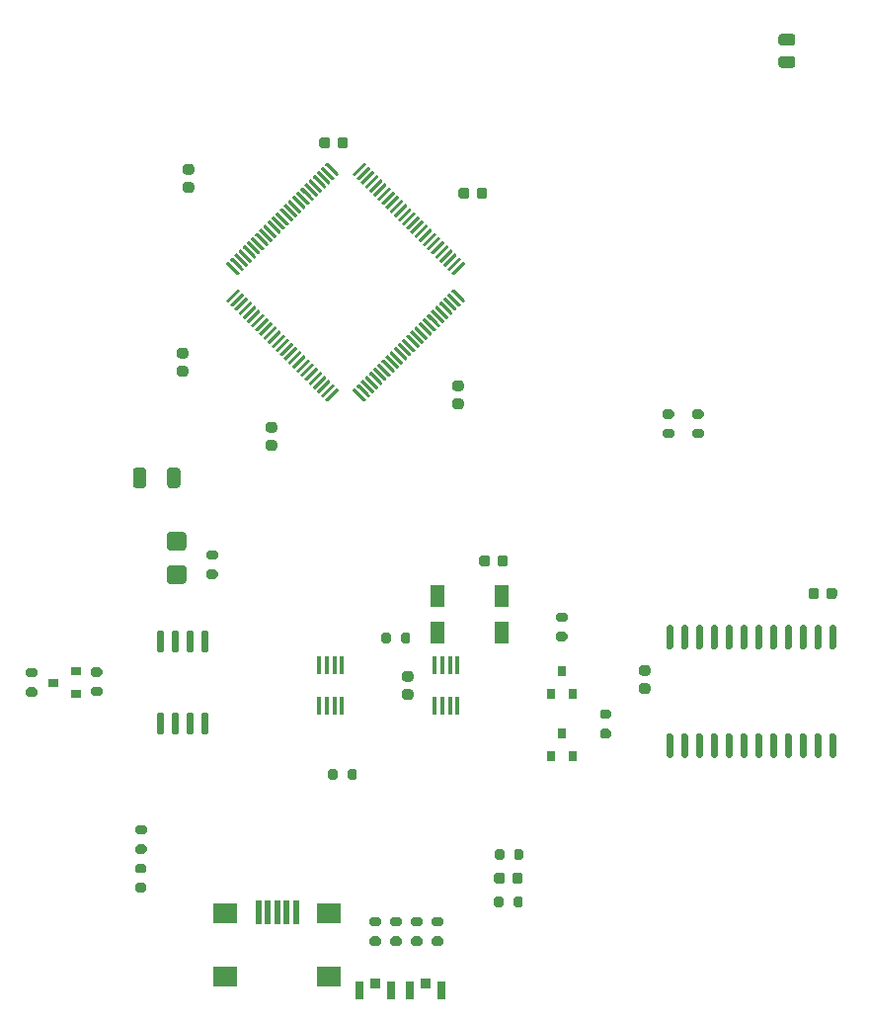
<source format=gtp>
%TF.GenerationSoftware,KiCad,Pcbnew,5.1.9+dfsg1-1*%
%TF.CreationDate,2021-05-17T22:01:10+02:00*%
%TF.ProjectId,PIC32MXCubeV1,50494333-324d-4584-9375-626556312e6b,rev?*%
%TF.SameCoordinates,Original*%
%TF.FileFunction,Paste,Top*%
%TF.FilePolarity,Positive*%
%FSLAX46Y46*%
G04 Gerber Fmt 4.6, Leading zero omitted, Abs format (unit mm)*
G04 Created by KiCad (PCBNEW 5.1.9+dfsg1-1) date 2021-05-17 22:01:10*
%MOMM*%
%LPD*%
G01*
G04 APERTURE LIST*
%ADD10R,0.900000X0.900000*%
%ADD11R,0.750000X1.500000*%
%ADD12R,0.500000X2.000000*%
%ADD13R,2.000000X1.700000*%
%ADD14R,0.800000X0.900000*%
%ADD15R,0.300000X1.600000*%
%ADD16R,1.300000X1.900000*%
%ADD17R,0.900000X0.800000*%
G04 APERTURE END LIST*
%TO.C,U3001*%
G36*
G01*
X157203000Y-113406000D02*
X157503000Y-113406000D01*
G75*
G02*
X157653000Y-113556000I0J-150000D01*
G01*
X157653000Y-115156000D01*
G75*
G02*
X157503000Y-115306000I-150000J0D01*
G01*
X157203000Y-115306000D01*
G75*
G02*
X157053000Y-115156000I0J150000D01*
G01*
X157053000Y-113556000D01*
G75*
G02*
X157203000Y-113406000I150000J0D01*
G01*
G37*
G36*
G01*
X155933000Y-113406000D02*
X156233000Y-113406000D01*
G75*
G02*
X156383000Y-113556000I0J-150000D01*
G01*
X156383000Y-115156000D01*
G75*
G02*
X156233000Y-115306000I-150000J0D01*
G01*
X155933000Y-115306000D01*
G75*
G02*
X155783000Y-115156000I0J150000D01*
G01*
X155783000Y-113556000D01*
G75*
G02*
X155933000Y-113406000I150000J0D01*
G01*
G37*
G36*
G01*
X154663000Y-113406000D02*
X154963000Y-113406000D01*
G75*
G02*
X155113000Y-113556000I0J-150000D01*
G01*
X155113000Y-115156000D01*
G75*
G02*
X154963000Y-115306000I-150000J0D01*
G01*
X154663000Y-115306000D01*
G75*
G02*
X154513000Y-115156000I0J150000D01*
G01*
X154513000Y-113556000D01*
G75*
G02*
X154663000Y-113406000I150000J0D01*
G01*
G37*
G36*
G01*
X153393000Y-113406000D02*
X153693000Y-113406000D01*
G75*
G02*
X153843000Y-113556000I0J-150000D01*
G01*
X153843000Y-115156000D01*
G75*
G02*
X153693000Y-115306000I-150000J0D01*
G01*
X153393000Y-115306000D01*
G75*
G02*
X153243000Y-115156000I0J150000D01*
G01*
X153243000Y-113556000D01*
G75*
G02*
X153393000Y-113406000I150000J0D01*
G01*
G37*
G36*
G01*
X153393000Y-120406000D02*
X153693000Y-120406000D01*
G75*
G02*
X153843000Y-120556000I0J-150000D01*
G01*
X153843000Y-122156000D01*
G75*
G02*
X153693000Y-122306000I-150000J0D01*
G01*
X153393000Y-122306000D01*
G75*
G02*
X153243000Y-122156000I0J150000D01*
G01*
X153243000Y-120556000D01*
G75*
G02*
X153393000Y-120406000I150000J0D01*
G01*
G37*
G36*
G01*
X154663000Y-120406000D02*
X154963000Y-120406000D01*
G75*
G02*
X155113000Y-120556000I0J-150000D01*
G01*
X155113000Y-122156000D01*
G75*
G02*
X154963000Y-122306000I-150000J0D01*
G01*
X154663000Y-122306000D01*
G75*
G02*
X154513000Y-122156000I0J150000D01*
G01*
X154513000Y-120556000D01*
G75*
G02*
X154663000Y-120406000I150000J0D01*
G01*
G37*
G36*
G01*
X155933000Y-120406000D02*
X156233000Y-120406000D01*
G75*
G02*
X156383000Y-120556000I0J-150000D01*
G01*
X156383000Y-122156000D01*
G75*
G02*
X156233000Y-122306000I-150000J0D01*
G01*
X155933000Y-122306000D01*
G75*
G02*
X155783000Y-122156000I0J150000D01*
G01*
X155783000Y-120556000D01*
G75*
G02*
X155933000Y-120406000I150000J0D01*
G01*
G37*
G36*
G01*
X157203000Y-120406000D02*
X157503000Y-120406000D01*
G75*
G02*
X157653000Y-120556000I0J-150000D01*
G01*
X157653000Y-122156000D01*
G75*
G02*
X157503000Y-122306000I-150000J0D01*
G01*
X157203000Y-122306000D01*
G75*
G02*
X157053000Y-122156000I0J150000D01*
G01*
X157053000Y-120556000D01*
G75*
G02*
X157203000Y-120406000I150000J0D01*
G01*
G37*
%TD*%
%TO.C,R1002*%
G36*
G01*
X174011000Y-138767000D02*
X173461000Y-138767000D01*
G75*
G02*
X173261000Y-138567000I0J200000D01*
G01*
X173261000Y-138167000D01*
G75*
G02*
X173461000Y-137967000I200000J0D01*
G01*
X174011000Y-137967000D01*
G75*
G02*
X174211000Y-138167000I0J-200000D01*
G01*
X174211000Y-138567000D01*
G75*
G02*
X174011000Y-138767000I-200000J0D01*
G01*
G37*
G36*
G01*
X174011000Y-140417000D02*
X173461000Y-140417000D01*
G75*
G02*
X173261000Y-140217000I0J200000D01*
G01*
X173261000Y-139817000D01*
G75*
G02*
X173461000Y-139617000I200000J0D01*
G01*
X174011000Y-139617000D01*
G75*
G02*
X174211000Y-139817000I0J-200000D01*
G01*
X174211000Y-140217000D01*
G75*
G02*
X174011000Y-140417000I-200000J0D01*
G01*
G37*
%TD*%
%TO.C,C3004*%
G36*
G01*
X163318000Y-97999000D02*
X162818000Y-97999000D01*
G75*
G02*
X162593000Y-97774000I0J225000D01*
G01*
X162593000Y-97324000D01*
G75*
G02*
X162818000Y-97099000I225000J0D01*
G01*
X163318000Y-97099000D01*
G75*
G02*
X163543000Y-97324000I0J-225000D01*
G01*
X163543000Y-97774000D01*
G75*
G02*
X163318000Y-97999000I-225000J0D01*
G01*
G37*
G36*
G01*
X163318000Y-96449000D02*
X162818000Y-96449000D01*
G75*
G02*
X162593000Y-96224000I0J225000D01*
G01*
X162593000Y-95774000D01*
G75*
G02*
X162818000Y-95549000I225000J0D01*
G01*
X163318000Y-95549000D01*
G75*
G02*
X163543000Y-95774000I0J-225000D01*
G01*
X163543000Y-96224000D01*
G75*
G02*
X163318000Y-96449000I-225000J0D01*
G01*
G37*
%TD*%
%TO.C,U3004*%
G36*
G01*
X167667911Y-73436696D02*
X167773977Y-73330630D01*
G75*
G02*
X167880043Y-73330630I53033J-53033D01*
G01*
X168816959Y-74267546D01*
G75*
G02*
X168816959Y-74373612I-53033J-53033D01*
G01*
X168710893Y-74479678D01*
G75*
G02*
X168604827Y-74479678I-53033J53033D01*
G01*
X167667911Y-73542762D01*
G75*
G02*
X167667911Y-73436696I53033J53033D01*
G01*
G37*
G36*
G01*
X167314358Y-73790249D02*
X167420424Y-73684183D01*
G75*
G02*
X167526490Y-73684183I53033J-53033D01*
G01*
X168463406Y-74621099D01*
G75*
G02*
X168463406Y-74727165I-53033J-53033D01*
G01*
X168357340Y-74833231D01*
G75*
G02*
X168251274Y-74833231I-53033J53033D01*
G01*
X167314358Y-73896315D01*
G75*
G02*
X167314358Y-73790249I53033J53033D01*
G01*
G37*
G36*
G01*
X166960804Y-74143802D02*
X167066870Y-74037736D01*
G75*
G02*
X167172936Y-74037736I53033J-53033D01*
G01*
X168109852Y-74974652D01*
G75*
G02*
X168109852Y-75080718I-53033J-53033D01*
G01*
X168003786Y-75186784D01*
G75*
G02*
X167897720Y-75186784I-53033J53033D01*
G01*
X166960804Y-74249868D01*
G75*
G02*
X166960804Y-74143802I53033J53033D01*
G01*
G37*
G36*
G01*
X166607251Y-74497356D02*
X166713317Y-74391290D01*
G75*
G02*
X166819383Y-74391290I53033J-53033D01*
G01*
X167756299Y-75328206D01*
G75*
G02*
X167756299Y-75434272I-53033J-53033D01*
G01*
X167650233Y-75540338D01*
G75*
G02*
X167544167Y-75540338I-53033J53033D01*
G01*
X166607251Y-74603422D01*
G75*
G02*
X166607251Y-74497356I53033J53033D01*
G01*
G37*
G36*
G01*
X166253697Y-74850909D02*
X166359763Y-74744843D01*
G75*
G02*
X166465829Y-74744843I53033J-53033D01*
G01*
X167402745Y-75681759D01*
G75*
G02*
X167402745Y-75787825I-53033J-53033D01*
G01*
X167296679Y-75893891D01*
G75*
G02*
X167190613Y-75893891I-53033J53033D01*
G01*
X166253697Y-74956975D01*
G75*
G02*
X166253697Y-74850909I53033J53033D01*
G01*
G37*
G36*
G01*
X165900144Y-75204463D02*
X166006210Y-75098397D01*
G75*
G02*
X166112276Y-75098397I53033J-53033D01*
G01*
X167049192Y-76035313D01*
G75*
G02*
X167049192Y-76141379I-53033J-53033D01*
G01*
X166943126Y-76247445D01*
G75*
G02*
X166837060Y-76247445I-53033J53033D01*
G01*
X165900144Y-75310529D01*
G75*
G02*
X165900144Y-75204463I53033J53033D01*
G01*
G37*
G36*
G01*
X165546591Y-75558016D02*
X165652657Y-75451950D01*
G75*
G02*
X165758723Y-75451950I53033J-53033D01*
G01*
X166695639Y-76388866D01*
G75*
G02*
X166695639Y-76494932I-53033J-53033D01*
G01*
X166589573Y-76600998D01*
G75*
G02*
X166483507Y-76600998I-53033J53033D01*
G01*
X165546591Y-75664082D01*
G75*
G02*
X165546591Y-75558016I53033J53033D01*
G01*
G37*
G36*
G01*
X165193037Y-75911569D02*
X165299103Y-75805503D01*
G75*
G02*
X165405169Y-75805503I53033J-53033D01*
G01*
X166342085Y-76742419D01*
G75*
G02*
X166342085Y-76848485I-53033J-53033D01*
G01*
X166236019Y-76954551D01*
G75*
G02*
X166129953Y-76954551I-53033J53033D01*
G01*
X165193037Y-76017635D01*
G75*
G02*
X165193037Y-75911569I53033J53033D01*
G01*
G37*
G36*
G01*
X164839484Y-76265123D02*
X164945550Y-76159057D01*
G75*
G02*
X165051616Y-76159057I53033J-53033D01*
G01*
X165988532Y-77095973D01*
G75*
G02*
X165988532Y-77202039I-53033J-53033D01*
G01*
X165882466Y-77308105D01*
G75*
G02*
X165776400Y-77308105I-53033J53033D01*
G01*
X164839484Y-76371189D01*
G75*
G02*
X164839484Y-76265123I53033J53033D01*
G01*
G37*
G36*
G01*
X164485930Y-76618676D02*
X164591996Y-76512610D01*
G75*
G02*
X164698062Y-76512610I53033J-53033D01*
G01*
X165634978Y-77449526D01*
G75*
G02*
X165634978Y-77555592I-53033J-53033D01*
G01*
X165528912Y-77661658D01*
G75*
G02*
X165422846Y-77661658I-53033J53033D01*
G01*
X164485930Y-76724742D01*
G75*
G02*
X164485930Y-76618676I53033J53033D01*
G01*
G37*
G36*
G01*
X164132377Y-76972230D02*
X164238443Y-76866164D01*
G75*
G02*
X164344509Y-76866164I53033J-53033D01*
G01*
X165281425Y-77803080D01*
G75*
G02*
X165281425Y-77909146I-53033J-53033D01*
G01*
X165175359Y-78015212D01*
G75*
G02*
X165069293Y-78015212I-53033J53033D01*
G01*
X164132377Y-77078296D01*
G75*
G02*
X164132377Y-76972230I53033J53033D01*
G01*
G37*
G36*
G01*
X163778824Y-77325783D02*
X163884890Y-77219717D01*
G75*
G02*
X163990956Y-77219717I53033J-53033D01*
G01*
X164927872Y-78156633D01*
G75*
G02*
X164927872Y-78262699I-53033J-53033D01*
G01*
X164821806Y-78368765D01*
G75*
G02*
X164715740Y-78368765I-53033J53033D01*
G01*
X163778824Y-77431849D01*
G75*
G02*
X163778824Y-77325783I53033J53033D01*
G01*
G37*
G36*
G01*
X163425270Y-77679336D02*
X163531336Y-77573270D01*
G75*
G02*
X163637402Y-77573270I53033J-53033D01*
G01*
X164574318Y-78510186D01*
G75*
G02*
X164574318Y-78616252I-53033J-53033D01*
G01*
X164468252Y-78722318D01*
G75*
G02*
X164362186Y-78722318I-53033J53033D01*
G01*
X163425270Y-77785402D01*
G75*
G02*
X163425270Y-77679336I53033J53033D01*
G01*
G37*
G36*
G01*
X163071717Y-78032890D02*
X163177783Y-77926824D01*
G75*
G02*
X163283849Y-77926824I53033J-53033D01*
G01*
X164220765Y-78863740D01*
G75*
G02*
X164220765Y-78969806I-53033J-53033D01*
G01*
X164114699Y-79075872D01*
G75*
G02*
X164008633Y-79075872I-53033J53033D01*
G01*
X163071717Y-78138956D01*
G75*
G02*
X163071717Y-78032890I53033J53033D01*
G01*
G37*
G36*
G01*
X162718164Y-78386443D02*
X162824230Y-78280377D01*
G75*
G02*
X162930296Y-78280377I53033J-53033D01*
G01*
X163867212Y-79217293D01*
G75*
G02*
X163867212Y-79323359I-53033J-53033D01*
G01*
X163761146Y-79429425D01*
G75*
G02*
X163655080Y-79429425I-53033J53033D01*
G01*
X162718164Y-78492509D01*
G75*
G02*
X162718164Y-78386443I53033J53033D01*
G01*
G37*
G36*
G01*
X162364610Y-78739996D02*
X162470676Y-78633930D01*
G75*
G02*
X162576742Y-78633930I53033J-53033D01*
G01*
X163513658Y-79570846D01*
G75*
G02*
X163513658Y-79676912I-53033J-53033D01*
G01*
X163407592Y-79782978D01*
G75*
G02*
X163301526Y-79782978I-53033J53033D01*
G01*
X162364610Y-78846062D01*
G75*
G02*
X162364610Y-78739996I53033J53033D01*
G01*
G37*
G36*
G01*
X162011057Y-79093550D02*
X162117123Y-78987484D01*
G75*
G02*
X162223189Y-78987484I53033J-53033D01*
G01*
X163160105Y-79924400D01*
G75*
G02*
X163160105Y-80030466I-53033J-53033D01*
G01*
X163054039Y-80136532D01*
G75*
G02*
X162947973Y-80136532I-53033J53033D01*
G01*
X162011057Y-79199616D01*
G75*
G02*
X162011057Y-79093550I53033J53033D01*
G01*
G37*
G36*
G01*
X161657503Y-79447103D02*
X161763569Y-79341037D01*
G75*
G02*
X161869635Y-79341037I53033J-53033D01*
G01*
X162806551Y-80277953D01*
G75*
G02*
X162806551Y-80384019I-53033J-53033D01*
G01*
X162700485Y-80490085D01*
G75*
G02*
X162594419Y-80490085I-53033J53033D01*
G01*
X161657503Y-79553169D01*
G75*
G02*
X161657503Y-79447103I53033J53033D01*
G01*
G37*
G36*
G01*
X161303950Y-79800657D02*
X161410016Y-79694591D01*
G75*
G02*
X161516082Y-79694591I53033J-53033D01*
G01*
X162452998Y-80631507D01*
G75*
G02*
X162452998Y-80737573I-53033J-53033D01*
G01*
X162346932Y-80843639D01*
G75*
G02*
X162240866Y-80843639I-53033J53033D01*
G01*
X161303950Y-79906723D01*
G75*
G02*
X161303950Y-79800657I53033J53033D01*
G01*
G37*
G36*
G01*
X160950397Y-80154210D02*
X161056463Y-80048144D01*
G75*
G02*
X161162529Y-80048144I53033J-53033D01*
G01*
X162099445Y-80985060D01*
G75*
G02*
X162099445Y-81091126I-53033J-53033D01*
G01*
X161993379Y-81197192D01*
G75*
G02*
X161887313Y-81197192I-53033J53033D01*
G01*
X160950397Y-80260276D01*
G75*
G02*
X160950397Y-80154210I53033J53033D01*
G01*
G37*
G36*
G01*
X160596843Y-80507763D02*
X160702909Y-80401697D01*
G75*
G02*
X160808975Y-80401697I53033J-53033D01*
G01*
X161745891Y-81338613D01*
G75*
G02*
X161745891Y-81444679I-53033J-53033D01*
G01*
X161639825Y-81550745D01*
G75*
G02*
X161533759Y-81550745I-53033J53033D01*
G01*
X160596843Y-80613829D01*
G75*
G02*
X160596843Y-80507763I53033J53033D01*
G01*
G37*
G36*
G01*
X160243290Y-80861317D02*
X160349356Y-80755251D01*
G75*
G02*
X160455422Y-80755251I53033J-53033D01*
G01*
X161392338Y-81692167D01*
G75*
G02*
X161392338Y-81798233I-53033J-53033D01*
G01*
X161286272Y-81904299D01*
G75*
G02*
X161180206Y-81904299I-53033J53033D01*
G01*
X160243290Y-80967383D01*
G75*
G02*
X160243290Y-80861317I53033J53033D01*
G01*
G37*
G36*
G01*
X159889736Y-81214870D02*
X159995802Y-81108804D01*
G75*
G02*
X160101868Y-81108804I53033J-53033D01*
G01*
X161038784Y-82045720D01*
G75*
G02*
X161038784Y-82151786I-53033J-53033D01*
G01*
X160932718Y-82257852D01*
G75*
G02*
X160826652Y-82257852I-53033J53033D01*
G01*
X159889736Y-81320936D01*
G75*
G02*
X159889736Y-81214870I53033J53033D01*
G01*
G37*
G36*
G01*
X159536183Y-81568424D02*
X159642249Y-81462358D01*
G75*
G02*
X159748315Y-81462358I53033J-53033D01*
G01*
X160685231Y-82399274D01*
G75*
G02*
X160685231Y-82505340I-53033J-53033D01*
G01*
X160579165Y-82611406D01*
G75*
G02*
X160473099Y-82611406I-53033J53033D01*
G01*
X159536183Y-81674490D01*
G75*
G02*
X159536183Y-81568424I53033J53033D01*
G01*
G37*
G36*
G01*
X159182630Y-81921977D02*
X159288696Y-81815911D01*
G75*
G02*
X159394762Y-81815911I53033J-53033D01*
G01*
X160331678Y-82752827D01*
G75*
G02*
X160331678Y-82858893I-53033J-53033D01*
G01*
X160225612Y-82964959D01*
G75*
G02*
X160119546Y-82964959I-53033J53033D01*
G01*
X159182630Y-82028043D01*
G75*
G02*
X159182630Y-81921977I53033J53033D01*
G01*
G37*
G36*
G01*
X159182630Y-85103957D02*
X160119546Y-84167041D01*
G75*
G02*
X160225612Y-84167041I53033J-53033D01*
G01*
X160331678Y-84273107D01*
G75*
G02*
X160331678Y-84379173I-53033J-53033D01*
G01*
X159394762Y-85316089D01*
G75*
G02*
X159288696Y-85316089I-53033J53033D01*
G01*
X159182630Y-85210023D01*
G75*
G02*
X159182630Y-85103957I53033J53033D01*
G01*
G37*
G36*
G01*
X159536183Y-85457510D02*
X160473099Y-84520594D01*
G75*
G02*
X160579165Y-84520594I53033J-53033D01*
G01*
X160685231Y-84626660D01*
G75*
G02*
X160685231Y-84732726I-53033J-53033D01*
G01*
X159748315Y-85669642D01*
G75*
G02*
X159642249Y-85669642I-53033J53033D01*
G01*
X159536183Y-85563576D01*
G75*
G02*
X159536183Y-85457510I53033J53033D01*
G01*
G37*
G36*
G01*
X159889736Y-85811064D02*
X160826652Y-84874148D01*
G75*
G02*
X160932718Y-84874148I53033J-53033D01*
G01*
X161038784Y-84980214D01*
G75*
G02*
X161038784Y-85086280I-53033J-53033D01*
G01*
X160101868Y-86023196D01*
G75*
G02*
X159995802Y-86023196I-53033J53033D01*
G01*
X159889736Y-85917130D01*
G75*
G02*
X159889736Y-85811064I53033J53033D01*
G01*
G37*
G36*
G01*
X160243290Y-86164617D02*
X161180206Y-85227701D01*
G75*
G02*
X161286272Y-85227701I53033J-53033D01*
G01*
X161392338Y-85333767D01*
G75*
G02*
X161392338Y-85439833I-53033J-53033D01*
G01*
X160455422Y-86376749D01*
G75*
G02*
X160349356Y-86376749I-53033J53033D01*
G01*
X160243290Y-86270683D01*
G75*
G02*
X160243290Y-86164617I53033J53033D01*
G01*
G37*
G36*
G01*
X160596843Y-86518171D02*
X161533759Y-85581255D01*
G75*
G02*
X161639825Y-85581255I53033J-53033D01*
G01*
X161745891Y-85687321D01*
G75*
G02*
X161745891Y-85793387I-53033J-53033D01*
G01*
X160808975Y-86730303D01*
G75*
G02*
X160702909Y-86730303I-53033J53033D01*
G01*
X160596843Y-86624237D01*
G75*
G02*
X160596843Y-86518171I53033J53033D01*
G01*
G37*
G36*
G01*
X160950397Y-86871724D02*
X161887313Y-85934808D01*
G75*
G02*
X161993379Y-85934808I53033J-53033D01*
G01*
X162099445Y-86040874D01*
G75*
G02*
X162099445Y-86146940I-53033J-53033D01*
G01*
X161162529Y-87083856D01*
G75*
G02*
X161056463Y-87083856I-53033J53033D01*
G01*
X160950397Y-86977790D01*
G75*
G02*
X160950397Y-86871724I53033J53033D01*
G01*
G37*
G36*
G01*
X161303950Y-87225277D02*
X162240866Y-86288361D01*
G75*
G02*
X162346932Y-86288361I53033J-53033D01*
G01*
X162452998Y-86394427D01*
G75*
G02*
X162452998Y-86500493I-53033J-53033D01*
G01*
X161516082Y-87437409D01*
G75*
G02*
X161410016Y-87437409I-53033J53033D01*
G01*
X161303950Y-87331343D01*
G75*
G02*
X161303950Y-87225277I53033J53033D01*
G01*
G37*
G36*
G01*
X161657503Y-87578831D02*
X162594419Y-86641915D01*
G75*
G02*
X162700485Y-86641915I53033J-53033D01*
G01*
X162806551Y-86747981D01*
G75*
G02*
X162806551Y-86854047I-53033J-53033D01*
G01*
X161869635Y-87790963D01*
G75*
G02*
X161763569Y-87790963I-53033J53033D01*
G01*
X161657503Y-87684897D01*
G75*
G02*
X161657503Y-87578831I53033J53033D01*
G01*
G37*
G36*
G01*
X162011057Y-87932384D02*
X162947973Y-86995468D01*
G75*
G02*
X163054039Y-86995468I53033J-53033D01*
G01*
X163160105Y-87101534D01*
G75*
G02*
X163160105Y-87207600I-53033J-53033D01*
G01*
X162223189Y-88144516D01*
G75*
G02*
X162117123Y-88144516I-53033J53033D01*
G01*
X162011057Y-88038450D01*
G75*
G02*
X162011057Y-87932384I53033J53033D01*
G01*
G37*
G36*
G01*
X162364610Y-88285938D02*
X163301526Y-87349022D01*
G75*
G02*
X163407592Y-87349022I53033J-53033D01*
G01*
X163513658Y-87455088D01*
G75*
G02*
X163513658Y-87561154I-53033J-53033D01*
G01*
X162576742Y-88498070D01*
G75*
G02*
X162470676Y-88498070I-53033J53033D01*
G01*
X162364610Y-88392004D01*
G75*
G02*
X162364610Y-88285938I53033J53033D01*
G01*
G37*
G36*
G01*
X162718164Y-88639491D02*
X163655080Y-87702575D01*
G75*
G02*
X163761146Y-87702575I53033J-53033D01*
G01*
X163867212Y-87808641D01*
G75*
G02*
X163867212Y-87914707I-53033J-53033D01*
G01*
X162930296Y-88851623D01*
G75*
G02*
X162824230Y-88851623I-53033J53033D01*
G01*
X162718164Y-88745557D01*
G75*
G02*
X162718164Y-88639491I53033J53033D01*
G01*
G37*
G36*
G01*
X163071717Y-88993044D02*
X164008633Y-88056128D01*
G75*
G02*
X164114699Y-88056128I53033J-53033D01*
G01*
X164220765Y-88162194D01*
G75*
G02*
X164220765Y-88268260I-53033J-53033D01*
G01*
X163283849Y-89205176D01*
G75*
G02*
X163177783Y-89205176I-53033J53033D01*
G01*
X163071717Y-89099110D01*
G75*
G02*
X163071717Y-88993044I53033J53033D01*
G01*
G37*
G36*
G01*
X163425270Y-89346598D02*
X164362186Y-88409682D01*
G75*
G02*
X164468252Y-88409682I53033J-53033D01*
G01*
X164574318Y-88515748D01*
G75*
G02*
X164574318Y-88621814I-53033J-53033D01*
G01*
X163637402Y-89558730D01*
G75*
G02*
X163531336Y-89558730I-53033J53033D01*
G01*
X163425270Y-89452664D01*
G75*
G02*
X163425270Y-89346598I53033J53033D01*
G01*
G37*
G36*
G01*
X163778824Y-89700151D02*
X164715740Y-88763235D01*
G75*
G02*
X164821806Y-88763235I53033J-53033D01*
G01*
X164927872Y-88869301D01*
G75*
G02*
X164927872Y-88975367I-53033J-53033D01*
G01*
X163990956Y-89912283D01*
G75*
G02*
X163884890Y-89912283I-53033J53033D01*
G01*
X163778824Y-89806217D01*
G75*
G02*
X163778824Y-89700151I53033J53033D01*
G01*
G37*
G36*
G01*
X164132377Y-90053704D02*
X165069293Y-89116788D01*
G75*
G02*
X165175359Y-89116788I53033J-53033D01*
G01*
X165281425Y-89222854D01*
G75*
G02*
X165281425Y-89328920I-53033J-53033D01*
G01*
X164344509Y-90265836D01*
G75*
G02*
X164238443Y-90265836I-53033J53033D01*
G01*
X164132377Y-90159770D01*
G75*
G02*
X164132377Y-90053704I53033J53033D01*
G01*
G37*
G36*
G01*
X164485930Y-90407258D02*
X165422846Y-89470342D01*
G75*
G02*
X165528912Y-89470342I53033J-53033D01*
G01*
X165634978Y-89576408D01*
G75*
G02*
X165634978Y-89682474I-53033J-53033D01*
G01*
X164698062Y-90619390D01*
G75*
G02*
X164591996Y-90619390I-53033J53033D01*
G01*
X164485930Y-90513324D01*
G75*
G02*
X164485930Y-90407258I53033J53033D01*
G01*
G37*
G36*
G01*
X164839484Y-90760811D02*
X165776400Y-89823895D01*
G75*
G02*
X165882466Y-89823895I53033J-53033D01*
G01*
X165988532Y-89929961D01*
G75*
G02*
X165988532Y-90036027I-53033J-53033D01*
G01*
X165051616Y-90972943D01*
G75*
G02*
X164945550Y-90972943I-53033J53033D01*
G01*
X164839484Y-90866877D01*
G75*
G02*
X164839484Y-90760811I53033J53033D01*
G01*
G37*
G36*
G01*
X165193037Y-91114365D02*
X166129953Y-90177449D01*
G75*
G02*
X166236019Y-90177449I53033J-53033D01*
G01*
X166342085Y-90283515D01*
G75*
G02*
X166342085Y-90389581I-53033J-53033D01*
G01*
X165405169Y-91326497D01*
G75*
G02*
X165299103Y-91326497I-53033J53033D01*
G01*
X165193037Y-91220431D01*
G75*
G02*
X165193037Y-91114365I53033J53033D01*
G01*
G37*
G36*
G01*
X165546591Y-91467918D02*
X166483507Y-90531002D01*
G75*
G02*
X166589573Y-90531002I53033J-53033D01*
G01*
X166695639Y-90637068D01*
G75*
G02*
X166695639Y-90743134I-53033J-53033D01*
G01*
X165758723Y-91680050D01*
G75*
G02*
X165652657Y-91680050I-53033J53033D01*
G01*
X165546591Y-91573984D01*
G75*
G02*
X165546591Y-91467918I53033J53033D01*
G01*
G37*
G36*
G01*
X165900144Y-91821471D02*
X166837060Y-90884555D01*
G75*
G02*
X166943126Y-90884555I53033J-53033D01*
G01*
X167049192Y-90990621D01*
G75*
G02*
X167049192Y-91096687I-53033J-53033D01*
G01*
X166112276Y-92033603D01*
G75*
G02*
X166006210Y-92033603I-53033J53033D01*
G01*
X165900144Y-91927537D01*
G75*
G02*
X165900144Y-91821471I53033J53033D01*
G01*
G37*
G36*
G01*
X166253697Y-92175025D02*
X167190613Y-91238109D01*
G75*
G02*
X167296679Y-91238109I53033J-53033D01*
G01*
X167402745Y-91344175D01*
G75*
G02*
X167402745Y-91450241I-53033J-53033D01*
G01*
X166465829Y-92387157D01*
G75*
G02*
X166359763Y-92387157I-53033J53033D01*
G01*
X166253697Y-92281091D01*
G75*
G02*
X166253697Y-92175025I53033J53033D01*
G01*
G37*
G36*
G01*
X166607251Y-92528578D02*
X167544167Y-91591662D01*
G75*
G02*
X167650233Y-91591662I53033J-53033D01*
G01*
X167756299Y-91697728D01*
G75*
G02*
X167756299Y-91803794I-53033J-53033D01*
G01*
X166819383Y-92740710D01*
G75*
G02*
X166713317Y-92740710I-53033J53033D01*
G01*
X166607251Y-92634644D01*
G75*
G02*
X166607251Y-92528578I53033J53033D01*
G01*
G37*
G36*
G01*
X166960804Y-92882132D02*
X167897720Y-91945216D01*
G75*
G02*
X168003786Y-91945216I53033J-53033D01*
G01*
X168109852Y-92051282D01*
G75*
G02*
X168109852Y-92157348I-53033J-53033D01*
G01*
X167172936Y-93094264D01*
G75*
G02*
X167066870Y-93094264I-53033J53033D01*
G01*
X166960804Y-92988198D01*
G75*
G02*
X166960804Y-92882132I53033J53033D01*
G01*
G37*
G36*
G01*
X167314358Y-93235685D02*
X168251274Y-92298769D01*
G75*
G02*
X168357340Y-92298769I53033J-53033D01*
G01*
X168463406Y-92404835D01*
G75*
G02*
X168463406Y-92510901I-53033J-53033D01*
G01*
X167526490Y-93447817D01*
G75*
G02*
X167420424Y-93447817I-53033J53033D01*
G01*
X167314358Y-93341751D01*
G75*
G02*
X167314358Y-93235685I53033J53033D01*
G01*
G37*
G36*
G01*
X167667911Y-93589238D02*
X168604827Y-92652322D01*
G75*
G02*
X168710893Y-92652322I53033J-53033D01*
G01*
X168816959Y-92758388D01*
G75*
G02*
X168816959Y-92864454I-53033J-53033D01*
G01*
X167880043Y-93801370D01*
G75*
G02*
X167773977Y-93801370I-53033J53033D01*
G01*
X167667911Y-93695304D01*
G75*
G02*
X167667911Y-93589238I53033J53033D01*
G01*
G37*
G36*
G01*
X170019041Y-92758388D02*
X170125107Y-92652322D01*
G75*
G02*
X170231173Y-92652322I53033J-53033D01*
G01*
X171168089Y-93589238D01*
G75*
G02*
X171168089Y-93695304I-53033J-53033D01*
G01*
X171062023Y-93801370D01*
G75*
G02*
X170955957Y-93801370I-53033J53033D01*
G01*
X170019041Y-92864454D01*
G75*
G02*
X170019041Y-92758388I53033J53033D01*
G01*
G37*
G36*
G01*
X170372594Y-92404835D02*
X170478660Y-92298769D01*
G75*
G02*
X170584726Y-92298769I53033J-53033D01*
G01*
X171521642Y-93235685D01*
G75*
G02*
X171521642Y-93341751I-53033J-53033D01*
G01*
X171415576Y-93447817D01*
G75*
G02*
X171309510Y-93447817I-53033J53033D01*
G01*
X170372594Y-92510901D01*
G75*
G02*
X170372594Y-92404835I53033J53033D01*
G01*
G37*
G36*
G01*
X170726148Y-92051282D02*
X170832214Y-91945216D01*
G75*
G02*
X170938280Y-91945216I53033J-53033D01*
G01*
X171875196Y-92882132D01*
G75*
G02*
X171875196Y-92988198I-53033J-53033D01*
G01*
X171769130Y-93094264D01*
G75*
G02*
X171663064Y-93094264I-53033J53033D01*
G01*
X170726148Y-92157348D01*
G75*
G02*
X170726148Y-92051282I53033J53033D01*
G01*
G37*
G36*
G01*
X171079701Y-91697728D02*
X171185767Y-91591662D01*
G75*
G02*
X171291833Y-91591662I53033J-53033D01*
G01*
X172228749Y-92528578D01*
G75*
G02*
X172228749Y-92634644I-53033J-53033D01*
G01*
X172122683Y-92740710D01*
G75*
G02*
X172016617Y-92740710I-53033J53033D01*
G01*
X171079701Y-91803794D01*
G75*
G02*
X171079701Y-91697728I53033J53033D01*
G01*
G37*
G36*
G01*
X171433255Y-91344175D02*
X171539321Y-91238109D01*
G75*
G02*
X171645387Y-91238109I53033J-53033D01*
G01*
X172582303Y-92175025D01*
G75*
G02*
X172582303Y-92281091I-53033J-53033D01*
G01*
X172476237Y-92387157D01*
G75*
G02*
X172370171Y-92387157I-53033J53033D01*
G01*
X171433255Y-91450241D01*
G75*
G02*
X171433255Y-91344175I53033J53033D01*
G01*
G37*
G36*
G01*
X171786808Y-90990621D02*
X171892874Y-90884555D01*
G75*
G02*
X171998940Y-90884555I53033J-53033D01*
G01*
X172935856Y-91821471D01*
G75*
G02*
X172935856Y-91927537I-53033J-53033D01*
G01*
X172829790Y-92033603D01*
G75*
G02*
X172723724Y-92033603I-53033J53033D01*
G01*
X171786808Y-91096687D01*
G75*
G02*
X171786808Y-90990621I53033J53033D01*
G01*
G37*
G36*
G01*
X172140361Y-90637068D02*
X172246427Y-90531002D01*
G75*
G02*
X172352493Y-90531002I53033J-53033D01*
G01*
X173289409Y-91467918D01*
G75*
G02*
X173289409Y-91573984I-53033J-53033D01*
G01*
X173183343Y-91680050D01*
G75*
G02*
X173077277Y-91680050I-53033J53033D01*
G01*
X172140361Y-90743134D01*
G75*
G02*
X172140361Y-90637068I53033J53033D01*
G01*
G37*
G36*
G01*
X172493915Y-90283515D02*
X172599981Y-90177449D01*
G75*
G02*
X172706047Y-90177449I53033J-53033D01*
G01*
X173642963Y-91114365D01*
G75*
G02*
X173642963Y-91220431I-53033J-53033D01*
G01*
X173536897Y-91326497D01*
G75*
G02*
X173430831Y-91326497I-53033J53033D01*
G01*
X172493915Y-90389581D01*
G75*
G02*
X172493915Y-90283515I53033J53033D01*
G01*
G37*
G36*
G01*
X172847468Y-89929961D02*
X172953534Y-89823895D01*
G75*
G02*
X173059600Y-89823895I53033J-53033D01*
G01*
X173996516Y-90760811D01*
G75*
G02*
X173996516Y-90866877I-53033J-53033D01*
G01*
X173890450Y-90972943D01*
G75*
G02*
X173784384Y-90972943I-53033J53033D01*
G01*
X172847468Y-90036027D01*
G75*
G02*
X172847468Y-89929961I53033J53033D01*
G01*
G37*
G36*
G01*
X173201022Y-89576408D02*
X173307088Y-89470342D01*
G75*
G02*
X173413154Y-89470342I53033J-53033D01*
G01*
X174350070Y-90407258D01*
G75*
G02*
X174350070Y-90513324I-53033J-53033D01*
G01*
X174244004Y-90619390D01*
G75*
G02*
X174137938Y-90619390I-53033J53033D01*
G01*
X173201022Y-89682474D01*
G75*
G02*
X173201022Y-89576408I53033J53033D01*
G01*
G37*
G36*
G01*
X173554575Y-89222854D02*
X173660641Y-89116788D01*
G75*
G02*
X173766707Y-89116788I53033J-53033D01*
G01*
X174703623Y-90053704D01*
G75*
G02*
X174703623Y-90159770I-53033J-53033D01*
G01*
X174597557Y-90265836D01*
G75*
G02*
X174491491Y-90265836I-53033J53033D01*
G01*
X173554575Y-89328920D01*
G75*
G02*
X173554575Y-89222854I53033J53033D01*
G01*
G37*
G36*
G01*
X173908128Y-88869301D02*
X174014194Y-88763235D01*
G75*
G02*
X174120260Y-88763235I53033J-53033D01*
G01*
X175057176Y-89700151D01*
G75*
G02*
X175057176Y-89806217I-53033J-53033D01*
G01*
X174951110Y-89912283D01*
G75*
G02*
X174845044Y-89912283I-53033J53033D01*
G01*
X173908128Y-88975367D01*
G75*
G02*
X173908128Y-88869301I53033J53033D01*
G01*
G37*
G36*
G01*
X174261682Y-88515748D02*
X174367748Y-88409682D01*
G75*
G02*
X174473814Y-88409682I53033J-53033D01*
G01*
X175410730Y-89346598D01*
G75*
G02*
X175410730Y-89452664I-53033J-53033D01*
G01*
X175304664Y-89558730D01*
G75*
G02*
X175198598Y-89558730I-53033J53033D01*
G01*
X174261682Y-88621814D01*
G75*
G02*
X174261682Y-88515748I53033J53033D01*
G01*
G37*
G36*
G01*
X174615235Y-88162194D02*
X174721301Y-88056128D01*
G75*
G02*
X174827367Y-88056128I53033J-53033D01*
G01*
X175764283Y-88993044D01*
G75*
G02*
X175764283Y-89099110I-53033J-53033D01*
G01*
X175658217Y-89205176D01*
G75*
G02*
X175552151Y-89205176I-53033J53033D01*
G01*
X174615235Y-88268260D01*
G75*
G02*
X174615235Y-88162194I53033J53033D01*
G01*
G37*
G36*
G01*
X174968788Y-87808641D02*
X175074854Y-87702575D01*
G75*
G02*
X175180920Y-87702575I53033J-53033D01*
G01*
X176117836Y-88639491D01*
G75*
G02*
X176117836Y-88745557I-53033J-53033D01*
G01*
X176011770Y-88851623D01*
G75*
G02*
X175905704Y-88851623I-53033J53033D01*
G01*
X174968788Y-87914707D01*
G75*
G02*
X174968788Y-87808641I53033J53033D01*
G01*
G37*
G36*
G01*
X175322342Y-87455088D02*
X175428408Y-87349022D01*
G75*
G02*
X175534474Y-87349022I53033J-53033D01*
G01*
X176471390Y-88285938D01*
G75*
G02*
X176471390Y-88392004I-53033J-53033D01*
G01*
X176365324Y-88498070D01*
G75*
G02*
X176259258Y-88498070I-53033J53033D01*
G01*
X175322342Y-87561154D01*
G75*
G02*
X175322342Y-87455088I53033J53033D01*
G01*
G37*
G36*
G01*
X175675895Y-87101534D02*
X175781961Y-86995468D01*
G75*
G02*
X175888027Y-86995468I53033J-53033D01*
G01*
X176824943Y-87932384D01*
G75*
G02*
X176824943Y-88038450I-53033J-53033D01*
G01*
X176718877Y-88144516D01*
G75*
G02*
X176612811Y-88144516I-53033J53033D01*
G01*
X175675895Y-87207600D01*
G75*
G02*
X175675895Y-87101534I53033J53033D01*
G01*
G37*
G36*
G01*
X176029449Y-86747981D02*
X176135515Y-86641915D01*
G75*
G02*
X176241581Y-86641915I53033J-53033D01*
G01*
X177178497Y-87578831D01*
G75*
G02*
X177178497Y-87684897I-53033J-53033D01*
G01*
X177072431Y-87790963D01*
G75*
G02*
X176966365Y-87790963I-53033J53033D01*
G01*
X176029449Y-86854047D01*
G75*
G02*
X176029449Y-86747981I53033J53033D01*
G01*
G37*
G36*
G01*
X176383002Y-86394427D02*
X176489068Y-86288361D01*
G75*
G02*
X176595134Y-86288361I53033J-53033D01*
G01*
X177532050Y-87225277D01*
G75*
G02*
X177532050Y-87331343I-53033J-53033D01*
G01*
X177425984Y-87437409D01*
G75*
G02*
X177319918Y-87437409I-53033J53033D01*
G01*
X176383002Y-86500493D01*
G75*
G02*
X176383002Y-86394427I53033J53033D01*
G01*
G37*
G36*
G01*
X176736555Y-86040874D02*
X176842621Y-85934808D01*
G75*
G02*
X176948687Y-85934808I53033J-53033D01*
G01*
X177885603Y-86871724D01*
G75*
G02*
X177885603Y-86977790I-53033J-53033D01*
G01*
X177779537Y-87083856D01*
G75*
G02*
X177673471Y-87083856I-53033J53033D01*
G01*
X176736555Y-86146940D01*
G75*
G02*
X176736555Y-86040874I53033J53033D01*
G01*
G37*
G36*
G01*
X177090109Y-85687321D02*
X177196175Y-85581255D01*
G75*
G02*
X177302241Y-85581255I53033J-53033D01*
G01*
X178239157Y-86518171D01*
G75*
G02*
X178239157Y-86624237I-53033J-53033D01*
G01*
X178133091Y-86730303D01*
G75*
G02*
X178027025Y-86730303I-53033J53033D01*
G01*
X177090109Y-85793387D01*
G75*
G02*
X177090109Y-85687321I53033J53033D01*
G01*
G37*
G36*
G01*
X177443662Y-85333767D02*
X177549728Y-85227701D01*
G75*
G02*
X177655794Y-85227701I53033J-53033D01*
G01*
X178592710Y-86164617D01*
G75*
G02*
X178592710Y-86270683I-53033J-53033D01*
G01*
X178486644Y-86376749D01*
G75*
G02*
X178380578Y-86376749I-53033J53033D01*
G01*
X177443662Y-85439833D01*
G75*
G02*
X177443662Y-85333767I53033J53033D01*
G01*
G37*
G36*
G01*
X177797216Y-84980214D02*
X177903282Y-84874148D01*
G75*
G02*
X178009348Y-84874148I53033J-53033D01*
G01*
X178946264Y-85811064D01*
G75*
G02*
X178946264Y-85917130I-53033J-53033D01*
G01*
X178840198Y-86023196D01*
G75*
G02*
X178734132Y-86023196I-53033J53033D01*
G01*
X177797216Y-85086280D01*
G75*
G02*
X177797216Y-84980214I53033J53033D01*
G01*
G37*
G36*
G01*
X178150769Y-84626660D02*
X178256835Y-84520594D01*
G75*
G02*
X178362901Y-84520594I53033J-53033D01*
G01*
X179299817Y-85457510D01*
G75*
G02*
X179299817Y-85563576I-53033J-53033D01*
G01*
X179193751Y-85669642D01*
G75*
G02*
X179087685Y-85669642I-53033J53033D01*
G01*
X178150769Y-84732726D01*
G75*
G02*
X178150769Y-84626660I53033J53033D01*
G01*
G37*
G36*
G01*
X178504322Y-84273107D02*
X178610388Y-84167041D01*
G75*
G02*
X178716454Y-84167041I53033J-53033D01*
G01*
X179653370Y-85103957D01*
G75*
G02*
X179653370Y-85210023I-53033J-53033D01*
G01*
X179547304Y-85316089D01*
G75*
G02*
X179441238Y-85316089I-53033J53033D01*
G01*
X178504322Y-84379173D01*
G75*
G02*
X178504322Y-84273107I53033J53033D01*
G01*
G37*
G36*
G01*
X178504322Y-82752827D02*
X179441238Y-81815911D01*
G75*
G02*
X179547304Y-81815911I53033J-53033D01*
G01*
X179653370Y-81921977D01*
G75*
G02*
X179653370Y-82028043I-53033J-53033D01*
G01*
X178716454Y-82964959D01*
G75*
G02*
X178610388Y-82964959I-53033J53033D01*
G01*
X178504322Y-82858893D01*
G75*
G02*
X178504322Y-82752827I53033J53033D01*
G01*
G37*
G36*
G01*
X178150769Y-82399274D02*
X179087685Y-81462358D01*
G75*
G02*
X179193751Y-81462358I53033J-53033D01*
G01*
X179299817Y-81568424D01*
G75*
G02*
X179299817Y-81674490I-53033J-53033D01*
G01*
X178362901Y-82611406D01*
G75*
G02*
X178256835Y-82611406I-53033J53033D01*
G01*
X178150769Y-82505340D01*
G75*
G02*
X178150769Y-82399274I53033J53033D01*
G01*
G37*
G36*
G01*
X177797216Y-82045720D02*
X178734132Y-81108804D01*
G75*
G02*
X178840198Y-81108804I53033J-53033D01*
G01*
X178946264Y-81214870D01*
G75*
G02*
X178946264Y-81320936I-53033J-53033D01*
G01*
X178009348Y-82257852D01*
G75*
G02*
X177903282Y-82257852I-53033J53033D01*
G01*
X177797216Y-82151786D01*
G75*
G02*
X177797216Y-82045720I53033J53033D01*
G01*
G37*
G36*
G01*
X177443662Y-81692167D02*
X178380578Y-80755251D01*
G75*
G02*
X178486644Y-80755251I53033J-53033D01*
G01*
X178592710Y-80861317D01*
G75*
G02*
X178592710Y-80967383I-53033J-53033D01*
G01*
X177655794Y-81904299D01*
G75*
G02*
X177549728Y-81904299I-53033J53033D01*
G01*
X177443662Y-81798233D01*
G75*
G02*
X177443662Y-81692167I53033J53033D01*
G01*
G37*
G36*
G01*
X177090109Y-81338613D02*
X178027025Y-80401697D01*
G75*
G02*
X178133091Y-80401697I53033J-53033D01*
G01*
X178239157Y-80507763D01*
G75*
G02*
X178239157Y-80613829I-53033J-53033D01*
G01*
X177302241Y-81550745D01*
G75*
G02*
X177196175Y-81550745I-53033J53033D01*
G01*
X177090109Y-81444679D01*
G75*
G02*
X177090109Y-81338613I53033J53033D01*
G01*
G37*
G36*
G01*
X176736555Y-80985060D02*
X177673471Y-80048144D01*
G75*
G02*
X177779537Y-80048144I53033J-53033D01*
G01*
X177885603Y-80154210D01*
G75*
G02*
X177885603Y-80260276I-53033J-53033D01*
G01*
X176948687Y-81197192D01*
G75*
G02*
X176842621Y-81197192I-53033J53033D01*
G01*
X176736555Y-81091126D01*
G75*
G02*
X176736555Y-80985060I53033J53033D01*
G01*
G37*
G36*
G01*
X176383002Y-80631507D02*
X177319918Y-79694591D01*
G75*
G02*
X177425984Y-79694591I53033J-53033D01*
G01*
X177532050Y-79800657D01*
G75*
G02*
X177532050Y-79906723I-53033J-53033D01*
G01*
X176595134Y-80843639D01*
G75*
G02*
X176489068Y-80843639I-53033J53033D01*
G01*
X176383002Y-80737573D01*
G75*
G02*
X176383002Y-80631507I53033J53033D01*
G01*
G37*
G36*
G01*
X176029449Y-80277953D02*
X176966365Y-79341037D01*
G75*
G02*
X177072431Y-79341037I53033J-53033D01*
G01*
X177178497Y-79447103D01*
G75*
G02*
X177178497Y-79553169I-53033J-53033D01*
G01*
X176241581Y-80490085D01*
G75*
G02*
X176135515Y-80490085I-53033J53033D01*
G01*
X176029449Y-80384019D01*
G75*
G02*
X176029449Y-80277953I53033J53033D01*
G01*
G37*
G36*
G01*
X175675895Y-79924400D02*
X176612811Y-78987484D01*
G75*
G02*
X176718877Y-78987484I53033J-53033D01*
G01*
X176824943Y-79093550D01*
G75*
G02*
X176824943Y-79199616I-53033J-53033D01*
G01*
X175888027Y-80136532D01*
G75*
G02*
X175781961Y-80136532I-53033J53033D01*
G01*
X175675895Y-80030466D01*
G75*
G02*
X175675895Y-79924400I53033J53033D01*
G01*
G37*
G36*
G01*
X175322342Y-79570846D02*
X176259258Y-78633930D01*
G75*
G02*
X176365324Y-78633930I53033J-53033D01*
G01*
X176471390Y-78739996D01*
G75*
G02*
X176471390Y-78846062I-53033J-53033D01*
G01*
X175534474Y-79782978D01*
G75*
G02*
X175428408Y-79782978I-53033J53033D01*
G01*
X175322342Y-79676912D01*
G75*
G02*
X175322342Y-79570846I53033J53033D01*
G01*
G37*
G36*
G01*
X174968788Y-79217293D02*
X175905704Y-78280377D01*
G75*
G02*
X176011770Y-78280377I53033J-53033D01*
G01*
X176117836Y-78386443D01*
G75*
G02*
X176117836Y-78492509I-53033J-53033D01*
G01*
X175180920Y-79429425D01*
G75*
G02*
X175074854Y-79429425I-53033J53033D01*
G01*
X174968788Y-79323359D01*
G75*
G02*
X174968788Y-79217293I53033J53033D01*
G01*
G37*
G36*
G01*
X174615235Y-78863740D02*
X175552151Y-77926824D01*
G75*
G02*
X175658217Y-77926824I53033J-53033D01*
G01*
X175764283Y-78032890D01*
G75*
G02*
X175764283Y-78138956I-53033J-53033D01*
G01*
X174827367Y-79075872D01*
G75*
G02*
X174721301Y-79075872I-53033J53033D01*
G01*
X174615235Y-78969806D01*
G75*
G02*
X174615235Y-78863740I53033J53033D01*
G01*
G37*
G36*
G01*
X174261682Y-78510186D02*
X175198598Y-77573270D01*
G75*
G02*
X175304664Y-77573270I53033J-53033D01*
G01*
X175410730Y-77679336D01*
G75*
G02*
X175410730Y-77785402I-53033J-53033D01*
G01*
X174473814Y-78722318D01*
G75*
G02*
X174367748Y-78722318I-53033J53033D01*
G01*
X174261682Y-78616252D01*
G75*
G02*
X174261682Y-78510186I53033J53033D01*
G01*
G37*
G36*
G01*
X173908128Y-78156633D02*
X174845044Y-77219717D01*
G75*
G02*
X174951110Y-77219717I53033J-53033D01*
G01*
X175057176Y-77325783D01*
G75*
G02*
X175057176Y-77431849I-53033J-53033D01*
G01*
X174120260Y-78368765D01*
G75*
G02*
X174014194Y-78368765I-53033J53033D01*
G01*
X173908128Y-78262699D01*
G75*
G02*
X173908128Y-78156633I53033J53033D01*
G01*
G37*
G36*
G01*
X173554575Y-77803080D02*
X174491491Y-76866164D01*
G75*
G02*
X174597557Y-76866164I53033J-53033D01*
G01*
X174703623Y-76972230D01*
G75*
G02*
X174703623Y-77078296I-53033J-53033D01*
G01*
X173766707Y-78015212D01*
G75*
G02*
X173660641Y-78015212I-53033J53033D01*
G01*
X173554575Y-77909146D01*
G75*
G02*
X173554575Y-77803080I53033J53033D01*
G01*
G37*
G36*
G01*
X173201022Y-77449526D02*
X174137938Y-76512610D01*
G75*
G02*
X174244004Y-76512610I53033J-53033D01*
G01*
X174350070Y-76618676D01*
G75*
G02*
X174350070Y-76724742I-53033J-53033D01*
G01*
X173413154Y-77661658D01*
G75*
G02*
X173307088Y-77661658I-53033J53033D01*
G01*
X173201022Y-77555592D01*
G75*
G02*
X173201022Y-77449526I53033J53033D01*
G01*
G37*
G36*
G01*
X172847468Y-77095973D02*
X173784384Y-76159057D01*
G75*
G02*
X173890450Y-76159057I53033J-53033D01*
G01*
X173996516Y-76265123D01*
G75*
G02*
X173996516Y-76371189I-53033J-53033D01*
G01*
X173059600Y-77308105D01*
G75*
G02*
X172953534Y-77308105I-53033J53033D01*
G01*
X172847468Y-77202039D01*
G75*
G02*
X172847468Y-77095973I53033J53033D01*
G01*
G37*
G36*
G01*
X172493915Y-76742419D02*
X173430831Y-75805503D01*
G75*
G02*
X173536897Y-75805503I53033J-53033D01*
G01*
X173642963Y-75911569D01*
G75*
G02*
X173642963Y-76017635I-53033J-53033D01*
G01*
X172706047Y-76954551D01*
G75*
G02*
X172599981Y-76954551I-53033J53033D01*
G01*
X172493915Y-76848485D01*
G75*
G02*
X172493915Y-76742419I53033J53033D01*
G01*
G37*
G36*
G01*
X172140361Y-76388866D02*
X173077277Y-75451950D01*
G75*
G02*
X173183343Y-75451950I53033J-53033D01*
G01*
X173289409Y-75558016D01*
G75*
G02*
X173289409Y-75664082I-53033J-53033D01*
G01*
X172352493Y-76600998D01*
G75*
G02*
X172246427Y-76600998I-53033J53033D01*
G01*
X172140361Y-76494932D01*
G75*
G02*
X172140361Y-76388866I53033J53033D01*
G01*
G37*
G36*
G01*
X171786808Y-76035313D02*
X172723724Y-75098397D01*
G75*
G02*
X172829790Y-75098397I53033J-53033D01*
G01*
X172935856Y-75204463D01*
G75*
G02*
X172935856Y-75310529I-53033J-53033D01*
G01*
X171998940Y-76247445D01*
G75*
G02*
X171892874Y-76247445I-53033J53033D01*
G01*
X171786808Y-76141379D01*
G75*
G02*
X171786808Y-76035313I53033J53033D01*
G01*
G37*
G36*
G01*
X171433255Y-75681759D02*
X172370171Y-74744843D01*
G75*
G02*
X172476237Y-74744843I53033J-53033D01*
G01*
X172582303Y-74850909D01*
G75*
G02*
X172582303Y-74956975I-53033J-53033D01*
G01*
X171645387Y-75893891D01*
G75*
G02*
X171539321Y-75893891I-53033J53033D01*
G01*
X171433255Y-75787825D01*
G75*
G02*
X171433255Y-75681759I53033J53033D01*
G01*
G37*
G36*
G01*
X171079701Y-75328206D02*
X172016617Y-74391290D01*
G75*
G02*
X172122683Y-74391290I53033J-53033D01*
G01*
X172228749Y-74497356D01*
G75*
G02*
X172228749Y-74603422I-53033J-53033D01*
G01*
X171291833Y-75540338D01*
G75*
G02*
X171185767Y-75540338I-53033J53033D01*
G01*
X171079701Y-75434272D01*
G75*
G02*
X171079701Y-75328206I53033J53033D01*
G01*
G37*
G36*
G01*
X170726148Y-74974652D02*
X171663064Y-74037736D01*
G75*
G02*
X171769130Y-74037736I53033J-53033D01*
G01*
X171875196Y-74143802D01*
G75*
G02*
X171875196Y-74249868I-53033J-53033D01*
G01*
X170938280Y-75186784D01*
G75*
G02*
X170832214Y-75186784I-53033J53033D01*
G01*
X170726148Y-75080718D01*
G75*
G02*
X170726148Y-74974652I53033J53033D01*
G01*
G37*
G36*
G01*
X170372594Y-74621099D02*
X171309510Y-73684183D01*
G75*
G02*
X171415576Y-73684183I53033J-53033D01*
G01*
X171521642Y-73790249D01*
G75*
G02*
X171521642Y-73896315I-53033J-53033D01*
G01*
X170584726Y-74833231D01*
G75*
G02*
X170478660Y-74833231I-53033J53033D01*
G01*
X170372594Y-74727165D01*
G75*
G02*
X170372594Y-74621099I53033J53033D01*
G01*
G37*
G36*
G01*
X170019041Y-74267546D02*
X170955957Y-73330630D01*
G75*
G02*
X171062023Y-73330630I53033J-53033D01*
G01*
X171168089Y-73436696D01*
G75*
G02*
X171168089Y-73542762I-53033J-53033D01*
G01*
X170231173Y-74479678D01*
G75*
G02*
X170125107Y-74479678I-53033J53033D01*
G01*
X170019041Y-74373612D01*
G75*
G02*
X170019041Y-74267546I53033J53033D01*
G01*
G37*
%TD*%
%TO.C,R1001*%
G36*
G01*
X172233000Y-140417000D02*
X171683000Y-140417000D01*
G75*
G02*
X171483000Y-140217000I0J200000D01*
G01*
X171483000Y-139817000D01*
G75*
G02*
X171683000Y-139617000I200000J0D01*
G01*
X172233000Y-139617000D01*
G75*
G02*
X172433000Y-139817000I0J-200000D01*
G01*
X172433000Y-140217000D01*
G75*
G02*
X172233000Y-140417000I-200000J0D01*
G01*
G37*
G36*
G01*
X172233000Y-138767000D02*
X171683000Y-138767000D01*
G75*
G02*
X171483000Y-138567000I0J200000D01*
G01*
X171483000Y-138167000D01*
G75*
G02*
X171683000Y-137967000I200000J0D01*
G01*
X172233000Y-137967000D01*
G75*
G02*
X172433000Y-138167000I0J-200000D01*
G01*
X172433000Y-138567000D01*
G75*
G02*
X172233000Y-138767000I-200000J0D01*
G01*
G37*
%TD*%
%TO.C,R1003*%
G36*
G01*
X175789000Y-138767000D02*
X175239000Y-138767000D01*
G75*
G02*
X175039000Y-138567000I0J200000D01*
G01*
X175039000Y-138167000D01*
G75*
G02*
X175239000Y-137967000I200000J0D01*
G01*
X175789000Y-137967000D01*
G75*
G02*
X175989000Y-138167000I0J-200000D01*
G01*
X175989000Y-138567000D01*
G75*
G02*
X175789000Y-138767000I-200000J0D01*
G01*
G37*
G36*
G01*
X175789000Y-140417000D02*
X175239000Y-140417000D01*
G75*
G02*
X175039000Y-140217000I0J200000D01*
G01*
X175039000Y-139817000D01*
G75*
G02*
X175239000Y-139617000I200000J0D01*
G01*
X175789000Y-139617000D01*
G75*
G02*
X175989000Y-139817000I0J-200000D01*
G01*
X175989000Y-140217000D01*
G75*
G02*
X175789000Y-140417000I-200000J0D01*
G01*
G37*
%TD*%
D10*
%TO.C,D1002*%
X176276000Y-143622000D03*
D11*
X177651000Y-144272000D03*
X174901000Y-144272000D03*
%TD*%
%TO.C,R1004*%
G36*
G01*
X177567000Y-140417000D02*
X177017000Y-140417000D01*
G75*
G02*
X176817000Y-140217000I0J200000D01*
G01*
X176817000Y-139817000D01*
G75*
G02*
X177017000Y-139617000I200000J0D01*
G01*
X177567000Y-139617000D01*
G75*
G02*
X177767000Y-139817000I0J-200000D01*
G01*
X177767000Y-140217000D01*
G75*
G02*
X177567000Y-140417000I-200000J0D01*
G01*
G37*
G36*
G01*
X177567000Y-138767000D02*
X177017000Y-138767000D01*
G75*
G02*
X176817000Y-138567000I0J200000D01*
G01*
X176817000Y-138167000D01*
G75*
G02*
X177017000Y-137967000I200000J0D01*
G01*
X177567000Y-137967000D01*
G75*
G02*
X177767000Y-138167000I0J-200000D01*
G01*
X177767000Y-138567000D01*
G75*
G02*
X177567000Y-138767000I-200000J0D01*
G01*
G37*
%TD*%
%TO.C,D1001*%
X170583000Y-144272000D03*
X173333000Y-144272000D03*
D10*
X171958000Y-143622000D03*
%TD*%
%TO.C,C2003*%
G36*
G01*
X182163000Y-134870000D02*
X182163000Y-134370000D01*
G75*
G02*
X182388000Y-134145000I225000J0D01*
G01*
X182838000Y-134145000D01*
G75*
G02*
X183063000Y-134370000I0J-225000D01*
G01*
X183063000Y-134870000D01*
G75*
G02*
X182838000Y-135095000I-225000J0D01*
G01*
X182388000Y-135095000D01*
G75*
G02*
X182163000Y-134870000I0J225000D01*
G01*
G37*
G36*
G01*
X183713000Y-134870000D02*
X183713000Y-134370000D01*
G75*
G02*
X183938000Y-134145000I225000J0D01*
G01*
X184388000Y-134145000D01*
G75*
G02*
X184613000Y-134370000I0J-225000D01*
G01*
X184613000Y-134870000D01*
G75*
G02*
X184388000Y-135095000I-225000J0D01*
G01*
X183938000Y-135095000D01*
G75*
G02*
X183713000Y-134870000I0J225000D01*
G01*
G37*
%TD*%
%TO.C,R2002*%
G36*
G01*
X182226000Y-132863000D02*
X182226000Y-132313000D01*
G75*
G02*
X182426000Y-132113000I200000J0D01*
G01*
X182826000Y-132113000D01*
G75*
G02*
X183026000Y-132313000I0J-200000D01*
G01*
X183026000Y-132863000D01*
G75*
G02*
X182826000Y-133063000I-200000J0D01*
G01*
X182426000Y-133063000D01*
G75*
G02*
X182226000Y-132863000I0J200000D01*
G01*
G37*
G36*
G01*
X183876000Y-132863000D02*
X183876000Y-132313000D01*
G75*
G02*
X184076000Y-132113000I200000J0D01*
G01*
X184476000Y-132113000D01*
G75*
G02*
X184676000Y-132313000I0J-200000D01*
G01*
X184676000Y-132863000D01*
G75*
G02*
X184476000Y-133063000I-200000J0D01*
G01*
X184076000Y-133063000D01*
G75*
G02*
X183876000Y-132863000I0J200000D01*
G01*
G37*
%TD*%
%TO.C,R2004*%
G36*
G01*
X183813000Y-136927000D02*
X183813000Y-136377000D01*
G75*
G02*
X184013000Y-136177000I200000J0D01*
G01*
X184413000Y-136177000D01*
G75*
G02*
X184613000Y-136377000I0J-200000D01*
G01*
X184613000Y-136927000D01*
G75*
G02*
X184413000Y-137127000I-200000J0D01*
G01*
X184013000Y-137127000D01*
G75*
G02*
X183813000Y-136927000I0J200000D01*
G01*
G37*
G36*
G01*
X182163000Y-136927000D02*
X182163000Y-136377000D01*
G75*
G02*
X182363000Y-136177000I200000J0D01*
G01*
X182763000Y-136177000D01*
G75*
G02*
X182963000Y-136377000I0J-200000D01*
G01*
X182963000Y-136927000D01*
G75*
G02*
X182763000Y-137127000I-200000J0D01*
G01*
X182363000Y-137127000D01*
G75*
G02*
X182163000Y-136927000I0J200000D01*
G01*
G37*
%TD*%
D12*
%TO.C,J1004*%
X161976000Y-137508000D03*
X162776000Y-137508000D03*
X163576000Y-137508000D03*
X164376000Y-137508000D03*
X165176000Y-137508000D03*
D13*
X159126000Y-137608000D03*
X159126000Y-143058000D03*
X168026000Y-137608000D03*
X168026000Y-143058000D03*
%TD*%
%TO.C,C3001*%
G36*
G01*
X209100000Y-110486000D02*
X209100000Y-109986000D01*
G75*
G02*
X209325000Y-109761000I225000J0D01*
G01*
X209775000Y-109761000D01*
G75*
G02*
X210000000Y-109986000I0J-225000D01*
G01*
X210000000Y-110486000D01*
G75*
G02*
X209775000Y-110711000I-225000J0D01*
G01*
X209325000Y-110711000D01*
G75*
G02*
X209100000Y-110486000I0J225000D01*
G01*
G37*
G36*
G01*
X210650000Y-110486000D02*
X210650000Y-109986000D01*
G75*
G02*
X210875000Y-109761000I225000J0D01*
G01*
X211325000Y-109761000D01*
G75*
G02*
X211550000Y-109986000I0J-225000D01*
G01*
X211550000Y-110486000D01*
G75*
G02*
X211325000Y-110711000I-225000J0D01*
G01*
X210875000Y-110711000D01*
G75*
G02*
X210650000Y-110486000I0J225000D01*
G01*
G37*
%TD*%
D14*
%TO.C,Q3001*%
X187010000Y-118856000D03*
X188910000Y-118856000D03*
X187960000Y-116856000D03*
%TD*%
%TO.C,Q3002*%
X187960000Y-122190000D03*
X188910000Y-124190000D03*
X187010000Y-124190000D03*
%TD*%
%TO.C,R3001*%
G36*
G01*
X199919000Y-96920000D02*
X199369000Y-96920000D01*
G75*
G02*
X199169000Y-96720000I0J200000D01*
G01*
X199169000Y-96320000D01*
G75*
G02*
X199369000Y-96120000I200000J0D01*
G01*
X199919000Y-96120000D01*
G75*
G02*
X200119000Y-96320000I0J-200000D01*
G01*
X200119000Y-96720000D01*
G75*
G02*
X199919000Y-96920000I-200000J0D01*
G01*
G37*
G36*
G01*
X199919000Y-95270000D02*
X199369000Y-95270000D01*
G75*
G02*
X199169000Y-95070000I0J200000D01*
G01*
X199169000Y-94670000D01*
G75*
G02*
X199369000Y-94470000I200000J0D01*
G01*
X199919000Y-94470000D01*
G75*
G02*
X200119000Y-94670000I0J-200000D01*
G01*
X200119000Y-95070000D01*
G75*
G02*
X199919000Y-95270000I-200000J0D01*
G01*
G37*
%TD*%
%TO.C,R3002*%
G36*
G01*
X197379000Y-95270000D02*
X196829000Y-95270000D01*
G75*
G02*
X196629000Y-95070000I0J200000D01*
G01*
X196629000Y-94670000D01*
G75*
G02*
X196829000Y-94470000I200000J0D01*
G01*
X197379000Y-94470000D01*
G75*
G02*
X197579000Y-94670000I0J-200000D01*
G01*
X197579000Y-95070000D01*
G75*
G02*
X197379000Y-95270000I-200000J0D01*
G01*
G37*
G36*
G01*
X197379000Y-96920000D02*
X196829000Y-96920000D01*
G75*
G02*
X196629000Y-96720000I0J200000D01*
G01*
X196629000Y-96320000D01*
G75*
G02*
X196829000Y-96120000I200000J0D01*
G01*
X197379000Y-96120000D01*
G75*
G02*
X197579000Y-96320000I0J-200000D01*
G01*
X197579000Y-96720000D01*
G75*
G02*
X197379000Y-96920000I-200000J0D01*
G01*
G37*
%TD*%
%TO.C,R3003*%
G36*
G01*
X187685000Y-113518000D02*
X188235000Y-113518000D01*
G75*
G02*
X188435000Y-113718000I0J-200000D01*
G01*
X188435000Y-114118000D01*
G75*
G02*
X188235000Y-114318000I-200000J0D01*
G01*
X187685000Y-114318000D01*
G75*
G02*
X187485000Y-114118000I0J200000D01*
G01*
X187485000Y-113718000D01*
G75*
G02*
X187685000Y-113518000I200000J0D01*
G01*
G37*
G36*
G01*
X187685000Y-111868000D02*
X188235000Y-111868000D01*
G75*
G02*
X188435000Y-112068000I0J-200000D01*
G01*
X188435000Y-112468000D01*
G75*
G02*
X188235000Y-112668000I-200000J0D01*
G01*
X187685000Y-112668000D01*
G75*
G02*
X187485000Y-112468000I0J200000D01*
G01*
X187485000Y-112068000D01*
G75*
G02*
X187685000Y-111868000I200000J0D01*
G01*
G37*
%TD*%
%TO.C,R3004*%
G36*
G01*
X191432000Y-120187000D02*
X191982000Y-120187000D01*
G75*
G02*
X192182000Y-120387000I0J-200000D01*
G01*
X192182000Y-120787000D01*
G75*
G02*
X191982000Y-120987000I-200000J0D01*
G01*
X191432000Y-120987000D01*
G75*
G02*
X191232000Y-120787000I0J200000D01*
G01*
X191232000Y-120387000D01*
G75*
G02*
X191432000Y-120187000I200000J0D01*
G01*
G37*
G36*
G01*
X191432000Y-121837000D02*
X191982000Y-121837000D01*
G75*
G02*
X192182000Y-122037000I0J-200000D01*
G01*
X192182000Y-122437000D01*
G75*
G02*
X191982000Y-122637000I-200000J0D01*
G01*
X191432000Y-122637000D01*
G75*
G02*
X191232000Y-122437000I0J200000D01*
G01*
X191232000Y-122037000D01*
G75*
G02*
X191432000Y-121837000I200000J0D01*
G01*
G37*
%TD*%
%TO.C,C2005*%
G36*
G01*
X183343000Y-107192000D02*
X183343000Y-107692000D01*
G75*
G02*
X183118000Y-107917000I-225000J0D01*
G01*
X182668000Y-107917000D01*
G75*
G02*
X182443000Y-107692000I0J225000D01*
G01*
X182443000Y-107192000D01*
G75*
G02*
X182668000Y-106967000I225000J0D01*
G01*
X183118000Y-106967000D01*
G75*
G02*
X183343000Y-107192000I0J-225000D01*
G01*
G37*
G36*
G01*
X181793000Y-107192000D02*
X181793000Y-107692000D01*
G75*
G02*
X181568000Y-107917000I-225000J0D01*
G01*
X181118000Y-107917000D01*
G75*
G02*
X180893000Y-107692000I0J225000D01*
G01*
X180893000Y-107192000D01*
G75*
G02*
X181118000Y-106967000I225000J0D01*
G01*
X181568000Y-106967000D01*
G75*
G02*
X181793000Y-107192000I0J-225000D01*
G01*
G37*
%TD*%
%TO.C,D2001*%
G36*
G01*
X155515000Y-109413000D02*
X154365000Y-109413000D01*
G75*
G02*
X154115000Y-109163000I0J250000D01*
G01*
X154115000Y-108063000D01*
G75*
G02*
X154365000Y-107813000I250000J0D01*
G01*
X155515000Y-107813000D01*
G75*
G02*
X155765000Y-108063000I0J-250000D01*
G01*
X155765000Y-109163000D01*
G75*
G02*
X155515000Y-109413000I-250000J0D01*
G01*
G37*
G36*
G01*
X155515000Y-106563000D02*
X154365000Y-106563000D01*
G75*
G02*
X154115000Y-106313000I0J250000D01*
G01*
X154115000Y-105213000D01*
G75*
G02*
X154365000Y-104963000I250000J0D01*
G01*
X155515000Y-104963000D01*
G75*
G02*
X155765000Y-105213000I0J-250000D01*
G01*
X155765000Y-106313000D01*
G75*
G02*
X155515000Y-106563000I-250000J0D01*
G01*
G37*
%TD*%
%TO.C,L3001*%
G36*
G01*
X151198500Y-100955002D02*
X151198500Y-99704998D01*
G75*
G02*
X151448498Y-99455000I249998J0D01*
G01*
X152073502Y-99455000D01*
G75*
G02*
X152323500Y-99704998I0J-249998D01*
G01*
X152323500Y-100955002D01*
G75*
G02*
X152073502Y-101205000I-249998J0D01*
G01*
X151448498Y-101205000D01*
G75*
G02*
X151198500Y-100955002I0J249998D01*
G01*
G37*
G36*
G01*
X154123500Y-100955002D02*
X154123500Y-99704998D01*
G75*
G02*
X154373498Y-99455000I249998J0D01*
G01*
X154998502Y-99455000D01*
G75*
G02*
X155248500Y-99704998I0J-249998D01*
G01*
X155248500Y-100955002D01*
G75*
G02*
X154998502Y-101205000I-249998J0D01*
G01*
X154373498Y-101205000D01*
G75*
G02*
X154123500Y-100955002I0J249998D01*
G01*
G37*
%TD*%
%TO.C,R2003*%
G36*
G01*
X158263000Y-108984000D02*
X157713000Y-108984000D01*
G75*
G02*
X157513000Y-108784000I0J200000D01*
G01*
X157513000Y-108384000D01*
G75*
G02*
X157713000Y-108184000I200000J0D01*
G01*
X158263000Y-108184000D01*
G75*
G02*
X158463000Y-108384000I0J-200000D01*
G01*
X158463000Y-108784000D01*
G75*
G02*
X158263000Y-108984000I-200000J0D01*
G01*
G37*
G36*
G01*
X158263000Y-107334000D02*
X157713000Y-107334000D01*
G75*
G02*
X157513000Y-107134000I0J200000D01*
G01*
X157513000Y-106734000D01*
G75*
G02*
X157713000Y-106534000I200000J0D01*
G01*
X158263000Y-106534000D01*
G75*
G02*
X158463000Y-106734000I0J-200000D01*
G01*
X158463000Y-107134000D01*
G75*
G02*
X158263000Y-107334000I-200000J0D01*
G01*
G37*
%TD*%
%TO.C,R2005*%
G36*
G01*
X170389000Y-125455000D02*
X170389000Y-126005000D01*
G75*
G02*
X170189000Y-126205000I-200000J0D01*
G01*
X169789000Y-126205000D01*
G75*
G02*
X169589000Y-126005000I0J200000D01*
G01*
X169589000Y-125455000D01*
G75*
G02*
X169789000Y-125255000I200000J0D01*
G01*
X170189000Y-125255000D01*
G75*
G02*
X170389000Y-125455000I0J-200000D01*
G01*
G37*
G36*
G01*
X168739000Y-125455000D02*
X168739000Y-126005000D01*
G75*
G02*
X168539000Y-126205000I-200000J0D01*
G01*
X168139000Y-126205000D01*
G75*
G02*
X167939000Y-126005000I0J200000D01*
G01*
X167939000Y-125455000D01*
G75*
G02*
X168139000Y-125255000I200000J0D01*
G01*
X168539000Y-125255000D01*
G75*
G02*
X168739000Y-125455000I0J-200000D01*
G01*
G37*
%TD*%
%TO.C,R2006*%
G36*
G01*
X174161000Y-114321000D02*
X174161000Y-113771000D01*
G75*
G02*
X174361000Y-113571000I200000J0D01*
G01*
X174761000Y-113571000D01*
G75*
G02*
X174961000Y-113771000I0J-200000D01*
G01*
X174961000Y-114321000D01*
G75*
G02*
X174761000Y-114521000I-200000J0D01*
G01*
X174361000Y-114521000D01*
G75*
G02*
X174161000Y-114321000I0J200000D01*
G01*
G37*
G36*
G01*
X172511000Y-114321000D02*
X172511000Y-113771000D01*
G75*
G02*
X172711000Y-113571000I200000J0D01*
G01*
X173111000Y-113571000D01*
G75*
G02*
X173311000Y-113771000I0J-200000D01*
G01*
X173311000Y-114321000D01*
G75*
G02*
X173111000Y-114521000I-200000J0D01*
G01*
X172711000Y-114521000D01*
G75*
G02*
X172511000Y-114321000I0J200000D01*
G01*
G37*
%TD*%
D15*
%TO.C,U2001*%
X179029000Y-116410000D03*
X178379000Y-116410000D03*
X177729000Y-116410000D03*
X177079000Y-116410000D03*
X177079000Y-119810000D03*
X177729000Y-119810000D03*
X178379000Y-119810000D03*
X179029000Y-119810000D03*
%TD*%
%TO.C,C3002*%
G36*
G01*
X155198000Y-90749000D02*
X155698000Y-90749000D01*
G75*
G02*
X155923000Y-90974000I0J-225000D01*
G01*
X155923000Y-91424000D01*
G75*
G02*
X155698000Y-91649000I-225000J0D01*
G01*
X155198000Y-91649000D01*
G75*
G02*
X154973000Y-91424000I0J225000D01*
G01*
X154973000Y-90974000D01*
G75*
G02*
X155198000Y-90749000I225000J0D01*
G01*
G37*
G36*
G01*
X155198000Y-89199000D02*
X155698000Y-89199000D01*
G75*
G02*
X155923000Y-89424000I0J-225000D01*
G01*
X155923000Y-89874000D01*
G75*
G02*
X155698000Y-90099000I-225000J0D01*
G01*
X155198000Y-90099000D01*
G75*
G02*
X154973000Y-89874000I0J225000D01*
G01*
X154973000Y-89424000D01*
G75*
G02*
X155198000Y-89199000I225000J0D01*
G01*
G37*
%TD*%
%TO.C,C3003*%
G36*
G01*
X156206000Y-75901000D02*
X155706000Y-75901000D01*
G75*
G02*
X155481000Y-75676000I0J225000D01*
G01*
X155481000Y-75226000D01*
G75*
G02*
X155706000Y-75001000I225000J0D01*
G01*
X156206000Y-75001000D01*
G75*
G02*
X156431000Y-75226000I0J-225000D01*
G01*
X156431000Y-75676000D01*
G75*
G02*
X156206000Y-75901000I-225000J0D01*
G01*
G37*
G36*
G01*
X156206000Y-74351000D02*
X155706000Y-74351000D01*
G75*
G02*
X155481000Y-74126000I0J225000D01*
G01*
X155481000Y-73676000D01*
G75*
G02*
X155706000Y-73451000I225000J0D01*
G01*
X156206000Y-73451000D01*
G75*
G02*
X156431000Y-73676000I0J-225000D01*
G01*
X156431000Y-74126000D01*
G75*
G02*
X156206000Y-74351000I-225000J0D01*
G01*
G37*
%TD*%
%TO.C,C3005*%
G36*
G01*
X168727000Y-71878000D02*
X168727000Y-71378000D01*
G75*
G02*
X168952000Y-71153000I225000J0D01*
G01*
X169402000Y-71153000D01*
G75*
G02*
X169627000Y-71378000I0J-225000D01*
G01*
X169627000Y-71878000D01*
G75*
G02*
X169402000Y-72103000I-225000J0D01*
G01*
X168952000Y-72103000D01*
G75*
G02*
X168727000Y-71878000I0J225000D01*
G01*
G37*
G36*
G01*
X167177000Y-71878000D02*
X167177000Y-71378000D01*
G75*
G02*
X167402000Y-71153000I225000J0D01*
G01*
X167852000Y-71153000D01*
G75*
G02*
X168077000Y-71378000I0J-225000D01*
G01*
X168077000Y-71878000D01*
G75*
G02*
X167852000Y-72103000I-225000J0D01*
G01*
X167402000Y-72103000D01*
G75*
G02*
X167177000Y-71878000I0J225000D01*
G01*
G37*
%TD*%
%TO.C,C3006*%
G36*
G01*
X179320000Y-94443000D02*
X178820000Y-94443000D01*
G75*
G02*
X178595000Y-94218000I0J225000D01*
G01*
X178595000Y-93768000D01*
G75*
G02*
X178820000Y-93543000I225000J0D01*
G01*
X179320000Y-93543000D01*
G75*
G02*
X179545000Y-93768000I0J-225000D01*
G01*
X179545000Y-94218000D01*
G75*
G02*
X179320000Y-94443000I-225000J0D01*
G01*
G37*
G36*
G01*
X179320000Y-92893000D02*
X178820000Y-92893000D01*
G75*
G02*
X178595000Y-92668000I0J225000D01*
G01*
X178595000Y-92218000D01*
G75*
G02*
X178820000Y-91993000I225000J0D01*
G01*
X179320000Y-91993000D01*
G75*
G02*
X179545000Y-92218000I0J-225000D01*
G01*
X179545000Y-92668000D01*
G75*
G02*
X179320000Y-92893000I-225000J0D01*
G01*
G37*
%TD*%
%TO.C,C3007*%
G36*
G01*
X180665000Y-76196000D02*
X180665000Y-75696000D01*
G75*
G02*
X180890000Y-75471000I225000J0D01*
G01*
X181340000Y-75471000D01*
G75*
G02*
X181565000Y-75696000I0J-225000D01*
G01*
X181565000Y-76196000D01*
G75*
G02*
X181340000Y-76421000I-225000J0D01*
G01*
X180890000Y-76421000D01*
G75*
G02*
X180665000Y-76196000I0J225000D01*
G01*
G37*
G36*
G01*
X179115000Y-76196000D02*
X179115000Y-75696000D01*
G75*
G02*
X179340000Y-75471000I225000J0D01*
G01*
X179790000Y-75471000D01*
G75*
G02*
X180015000Y-75696000I0J-225000D01*
G01*
X180015000Y-76196000D01*
G75*
G02*
X179790000Y-76421000I-225000J0D01*
G01*
X179340000Y-76421000D01*
G75*
G02*
X179115000Y-76196000I0J225000D01*
G01*
G37*
%TD*%
%TO.C,R3006*%
G36*
G01*
X206789000Y-62304000D02*
X207739000Y-62304000D01*
G75*
G02*
X207989000Y-62554000I0J-250000D01*
G01*
X207989000Y-63054000D01*
G75*
G02*
X207739000Y-63304000I-250000J0D01*
G01*
X206789000Y-63304000D01*
G75*
G02*
X206539000Y-63054000I0J250000D01*
G01*
X206539000Y-62554000D01*
G75*
G02*
X206789000Y-62304000I250000J0D01*
G01*
G37*
G36*
G01*
X206789000Y-64204000D02*
X207739000Y-64204000D01*
G75*
G02*
X207989000Y-64454000I0J-250000D01*
G01*
X207989000Y-64954000D01*
G75*
G02*
X207739000Y-65204000I-250000J0D01*
G01*
X206789000Y-65204000D01*
G75*
G02*
X206539000Y-64954000I0J250000D01*
G01*
X206539000Y-64454000D01*
G75*
G02*
X206789000Y-64204000I250000J0D01*
G01*
G37*
%TD*%
%TO.C,C2006*%
G36*
G01*
X195322000Y-118827000D02*
X194822000Y-118827000D01*
G75*
G02*
X194597000Y-118602000I0J225000D01*
G01*
X194597000Y-118152000D01*
G75*
G02*
X194822000Y-117927000I225000J0D01*
G01*
X195322000Y-117927000D01*
G75*
G02*
X195547000Y-118152000I0J-225000D01*
G01*
X195547000Y-118602000D01*
G75*
G02*
X195322000Y-118827000I-225000J0D01*
G01*
G37*
G36*
G01*
X195322000Y-117277000D02*
X194822000Y-117277000D01*
G75*
G02*
X194597000Y-117052000I0J225000D01*
G01*
X194597000Y-116602000D01*
G75*
G02*
X194822000Y-116377000I225000J0D01*
G01*
X195322000Y-116377000D01*
G75*
G02*
X195547000Y-116602000I0J-225000D01*
G01*
X195547000Y-117052000D01*
G75*
G02*
X195322000Y-117277000I-225000J0D01*
G01*
G37*
%TD*%
%TO.C,C2007*%
G36*
G01*
X175002000Y-119335000D02*
X174502000Y-119335000D01*
G75*
G02*
X174277000Y-119110000I0J225000D01*
G01*
X174277000Y-118660000D01*
G75*
G02*
X174502000Y-118435000I225000J0D01*
G01*
X175002000Y-118435000D01*
G75*
G02*
X175227000Y-118660000I0J-225000D01*
G01*
X175227000Y-119110000D01*
G75*
G02*
X175002000Y-119335000I-225000J0D01*
G01*
G37*
G36*
G01*
X175002000Y-117785000D02*
X174502000Y-117785000D01*
G75*
G02*
X174277000Y-117560000I0J225000D01*
G01*
X174277000Y-117110000D01*
G75*
G02*
X174502000Y-116885000I225000J0D01*
G01*
X175002000Y-116885000D01*
G75*
G02*
X175227000Y-117110000I0J-225000D01*
G01*
X175227000Y-117560000D01*
G75*
G02*
X175002000Y-117785000I-225000J0D01*
G01*
G37*
%TD*%
D16*
%TO.C,Y2003*%
X182836000Y-110414000D03*
X177336000Y-110414000D03*
X177336000Y-113614000D03*
X182836000Y-113614000D03*
%TD*%
%TO.C,U3003*%
G36*
G01*
X211051000Y-112943000D02*
X211351000Y-112943000D01*
G75*
G02*
X211501000Y-113093000I0J-150000D01*
G01*
X211501000Y-114843000D01*
G75*
G02*
X211351000Y-114993000I-150000J0D01*
G01*
X211051000Y-114993000D01*
G75*
G02*
X210901000Y-114843000I0J150000D01*
G01*
X210901000Y-113093000D01*
G75*
G02*
X211051000Y-112943000I150000J0D01*
G01*
G37*
G36*
G01*
X209781000Y-112943000D02*
X210081000Y-112943000D01*
G75*
G02*
X210231000Y-113093000I0J-150000D01*
G01*
X210231000Y-114843000D01*
G75*
G02*
X210081000Y-114993000I-150000J0D01*
G01*
X209781000Y-114993000D01*
G75*
G02*
X209631000Y-114843000I0J150000D01*
G01*
X209631000Y-113093000D01*
G75*
G02*
X209781000Y-112943000I150000J0D01*
G01*
G37*
G36*
G01*
X208511000Y-112943000D02*
X208811000Y-112943000D01*
G75*
G02*
X208961000Y-113093000I0J-150000D01*
G01*
X208961000Y-114843000D01*
G75*
G02*
X208811000Y-114993000I-150000J0D01*
G01*
X208511000Y-114993000D01*
G75*
G02*
X208361000Y-114843000I0J150000D01*
G01*
X208361000Y-113093000D01*
G75*
G02*
X208511000Y-112943000I150000J0D01*
G01*
G37*
G36*
G01*
X207241000Y-112943000D02*
X207541000Y-112943000D01*
G75*
G02*
X207691000Y-113093000I0J-150000D01*
G01*
X207691000Y-114843000D01*
G75*
G02*
X207541000Y-114993000I-150000J0D01*
G01*
X207241000Y-114993000D01*
G75*
G02*
X207091000Y-114843000I0J150000D01*
G01*
X207091000Y-113093000D01*
G75*
G02*
X207241000Y-112943000I150000J0D01*
G01*
G37*
G36*
G01*
X205971000Y-112943000D02*
X206271000Y-112943000D01*
G75*
G02*
X206421000Y-113093000I0J-150000D01*
G01*
X206421000Y-114843000D01*
G75*
G02*
X206271000Y-114993000I-150000J0D01*
G01*
X205971000Y-114993000D01*
G75*
G02*
X205821000Y-114843000I0J150000D01*
G01*
X205821000Y-113093000D01*
G75*
G02*
X205971000Y-112943000I150000J0D01*
G01*
G37*
G36*
G01*
X204701000Y-112943000D02*
X205001000Y-112943000D01*
G75*
G02*
X205151000Y-113093000I0J-150000D01*
G01*
X205151000Y-114843000D01*
G75*
G02*
X205001000Y-114993000I-150000J0D01*
G01*
X204701000Y-114993000D01*
G75*
G02*
X204551000Y-114843000I0J150000D01*
G01*
X204551000Y-113093000D01*
G75*
G02*
X204701000Y-112943000I150000J0D01*
G01*
G37*
G36*
G01*
X203431000Y-112943000D02*
X203731000Y-112943000D01*
G75*
G02*
X203881000Y-113093000I0J-150000D01*
G01*
X203881000Y-114843000D01*
G75*
G02*
X203731000Y-114993000I-150000J0D01*
G01*
X203431000Y-114993000D01*
G75*
G02*
X203281000Y-114843000I0J150000D01*
G01*
X203281000Y-113093000D01*
G75*
G02*
X203431000Y-112943000I150000J0D01*
G01*
G37*
G36*
G01*
X202161000Y-112943000D02*
X202461000Y-112943000D01*
G75*
G02*
X202611000Y-113093000I0J-150000D01*
G01*
X202611000Y-114843000D01*
G75*
G02*
X202461000Y-114993000I-150000J0D01*
G01*
X202161000Y-114993000D01*
G75*
G02*
X202011000Y-114843000I0J150000D01*
G01*
X202011000Y-113093000D01*
G75*
G02*
X202161000Y-112943000I150000J0D01*
G01*
G37*
G36*
G01*
X200891000Y-112943000D02*
X201191000Y-112943000D01*
G75*
G02*
X201341000Y-113093000I0J-150000D01*
G01*
X201341000Y-114843000D01*
G75*
G02*
X201191000Y-114993000I-150000J0D01*
G01*
X200891000Y-114993000D01*
G75*
G02*
X200741000Y-114843000I0J150000D01*
G01*
X200741000Y-113093000D01*
G75*
G02*
X200891000Y-112943000I150000J0D01*
G01*
G37*
G36*
G01*
X199621000Y-112943000D02*
X199921000Y-112943000D01*
G75*
G02*
X200071000Y-113093000I0J-150000D01*
G01*
X200071000Y-114843000D01*
G75*
G02*
X199921000Y-114993000I-150000J0D01*
G01*
X199621000Y-114993000D01*
G75*
G02*
X199471000Y-114843000I0J150000D01*
G01*
X199471000Y-113093000D01*
G75*
G02*
X199621000Y-112943000I150000J0D01*
G01*
G37*
G36*
G01*
X198351000Y-112943000D02*
X198651000Y-112943000D01*
G75*
G02*
X198801000Y-113093000I0J-150000D01*
G01*
X198801000Y-114843000D01*
G75*
G02*
X198651000Y-114993000I-150000J0D01*
G01*
X198351000Y-114993000D01*
G75*
G02*
X198201000Y-114843000I0J150000D01*
G01*
X198201000Y-113093000D01*
G75*
G02*
X198351000Y-112943000I150000J0D01*
G01*
G37*
G36*
G01*
X197081000Y-112943000D02*
X197381000Y-112943000D01*
G75*
G02*
X197531000Y-113093000I0J-150000D01*
G01*
X197531000Y-114843000D01*
G75*
G02*
X197381000Y-114993000I-150000J0D01*
G01*
X197081000Y-114993000D01*
G75*
G02*
X196931000Y-114843000I0J150000D01*
G01*
X196931000Y-113093000D01*
G75*
G02*
X197081000Y-112943000I150000J0D01*
G01*
G37*
G36*
G01*
X197081000Y-122243000D02*
X197381000Y-122243000D01*
G75*
G02*
X197531000Y-122393000I0J-150000D01*
G01*
X197531000Y-124143000D01*
G75*
G02*
X197381000Y-124293000I-150000J0D01*
G01*
X197081000Y-124293000D01*
G75*
G02*
X196931000Y-124143000I0J150000D01*
G01*
X196931000Y-122393000D01*
G75*
G02*
X197081000Y-122243000I150000J0D01*
G01*
G37*
G36*
G01*
X198351000Y-122243000D02*
X198651000Y-122243000D01*
G75*
G02*
X198801000Y-122393000I0J-150000D01*
G01*
X198801000Y-124143000D01*
G75*
G02*
X198651000Y-124293000I-150000J0D01*
G01*
X198351000Y-124293000D01*
G75*
G02*
X198201000Y-124143000I0J150000D01*
G01*
X198201000Y-122393000D01*
G75*
G02*
X198351000Y-122243000I150000J0D01*
G01*
G37*
G36*
G01*
X199621000Y-122243000D02*
X199921000Y-122243000D01*
G75*
G02*
X200071000Y-122393000I0J-150000D01*
G01*
X200071000Y-124143000D01*
G75*
G02*
X199921000Y-124293000I-150000J0D01*
G01*
X199621000Y-124293000D01*
G75*
G02*
X199471000Y-124143000I0J150000D01*
G01*
X199471000Y-122393000D01*
G75*
G02*
X199621000Y-122243000I150000J0D01*
G01*
G37*
G36*
G01*
X200891000Y-122243000D02*
X201191000Y-122243000D01*
G75*
G02*
X201341000Y-122393000I0J-150000D01*
G01*
X201341000Y-124143000D01*
G75*
G02*
X201191000Y-124293000I-150000J0D01*
G01*
X200891000Y-124293000D01*
G75*
G02*
X200741000Y-124143000I0J150000D01*
G01*
X200741000Y-122393000D01*
G75*
G02*
X200891000Y-122243000I150000J0D01*
G01*
G37*
G36*
G01*
X202161000Y-122243000D02*
X202461000Y-122243000D01*
G75*
G02*
X202611000Y-122393000I0J-150000D01*
G01*
X202611000Y-124143000D01*
G75*
G02*
X202461000Y-124293000I-150000J0D01*
G01*
X202161000Y-124293000D01*
G75*
G02*
X202011000Y-124143000I0J150000D01*
G01*
X202011000Y-122393000D01*
G75*
G02*
X202161000Y-122243000I150000J0D01*
G01*
G37*
G36*
G01*
X203431000Y-122243000D02*
X203731000Y-122243000D01*
G75*
G02*
X203881000Y-122393000I0J-150000D01*
G01*
X203881000Y-124143000D01*
G75*
G02*
X203731000Y-124293000I-150000J0D01*
G01*
X203431000Y-124293000D01*
G75*
G02*
X203281000Y-124143000I0J150000D01*
G01*
X203281000Y-122393000D01*
G75*
G02*
X203431000Y-122243000I150000J0D01*
G01*
G37*
G36*
G01*
X204701000Y-122243000D02*
X205001000Y-122243000D01*
G75*
G02*
X205151000Y-122393000I0J-150000D01*
G01*
X205151000Y-124143000D01*
G75*
G02*
X205001000Y-124293000I-150000J0D01*
G01*
X204701000Y-124293000D01*
G75*
G02*
X204551000Y-124143000I0J150000D01*
G01*
X204551000Y-122393000D01*
G75*
G02*
X204701000Y-122243000I150000J0D01*
G01*
G37*
G36*
G01*
X205971000Y-122243000D02*
X206271000Y-122243000D01*
G75*
G02*
X206421000Y-122393000I0J-150000D01*
G01*
X206421000Y-124143000D01*
G75*
G02*
X206271000Y-124293000I-150000J0D01*
G01*
X205971000Y-124293000D01*
G75*
G02*
X205821000Y-124143000I0J150000D01*
G01*
X205821000Y-122393000D01*
G75*
G02*
X205971000Y-122243000I150000J0D01*
G01*
G37*
G36*
G01*
X207241000Y-122243000D02*
X207541000Y-122243000D01*
G75*
G02*
X207691000Y-122393000I0J-150000D01*
G01*
X207691000Y-124143000D01*
G75*
G02*
X207541000Y-124293000I-150000J0D01*
G01*
X207241000Y-124293000D01*
G75*
G02*
X207091000Y-124143000I0J150000D01*
G01*
X207091000Y-122393000D01*
G75*
G02*
X207241000Y-122243000I150000J0D01*
G01*
G37*
G36*
G01*
X208511000Y-122243000D02*
X208811000Y-122243000D01*
G75*
G02*
X208961000Y-122393000I0J-150000D01*
G01*
X208961000Y-124143000D01*
G75*
G02*
X208811000Y-124293000I-150000J0D01*
G01*
X208511000Y-124293000D01*
G75*
G02*
X208361000Y-124143000I0J150000D01*
G01*
X208361000Y-122393000D01*
G75*
G02*
X208511000Y-122243000I150000J0D01*
G01*
G37*
G36*
G01*
X209781000Y-122243000D02*
X210081000Y-122243000D01*
G75*
G02*
X210231000Y-122393000I0J-150000D01*
G01*
X210231000Y-124143000D01*
G75*
G02*
X210081000Y-124293000I-150000J0D01*
G01*
X209781000Y-124293000D01*
G75*
G02*
X209631000Y-124143000I0J150000D01*
G01*
X209631000Y-122393000D01*
G75*
G02*
X209781000Y-122243000I150000J0D01*
G01*
G37*
G36*
G01*
X211051000Y-122243000D02*
X211351000Y-122243000D01*
G75*
G02*
X211501000Y-122393000I0J-150000D01*
G01*
X211501000Y-124143000D01*
G75*
G02*
X211351000Y-124293000I-150000J0D01*
G01*
X211051000Y-124293000D01*
G75*
G02*
X210901000Y-124143000I0J150000D01*
G01*
X210901000Y-122393000D01*
G75*
G02*
X211051000Y-122243000I150000J0D01*
G01*
G37*
%TD*%
%TO.C,R3007*%
G36*
G01*
X152148001Y-135845000D02*
X151598001Y-135845000D01*
G75*
G02*
X151398001Y-135645000I0J200000D01*
G01*
X151398001Y-135245000D01*
G75*
G02*
X151598001Y-135045000I200000J0D01*
G01*
X152148001Y-135045000D01*
G75*
G02*
X152348001Y-135245000I0J-200000D01*
G01*
X152348001Y-135645000D01*
G75*
G02*
X152148001Y-135845000I-200000J0D01*
G01*
G37*
G36*
G01*
X152148001Y-134195000D02*
X151598001Y-134195000D01*
G75*
G02*
X151398001Y-133995000I0J200000D01*
G01*
X151398001Y-133595000D01*
G75*
G02*
X151598001Y-133395000I200000J0D01*
G01*
X152148001Y-133395000D01*
G75*
G02*
X152348001Y-133595000I0J-200000D01*
G01*
X152348001Y-133995000D01*
G75*
G02*
X152148001Y-134195000I-200000J0D01*
G01*
G37*
%TD*%
%TO.C,R3008*%
G36*
G01*
X152167000Y-130886001D02*
X151617000Y-130886001D01*
G75*
G02*
X151417000Y-130686001I0J200000D01*
G01*
X151417000Y-130286001D01*
G75*
G02*
X151617000Y-130086001I200000J0D01*
G01*
X152167000Y-130086001D01*
G75*
G02*
X152367000Y-130286001I0J-200000D01*
G01*
X152367000Y-130686001D01*
G75*
G02*
X152167000Y-130886001I-200000J0D01*
G01*
G37*
G36*
G01*
X152167000Y-132536001D02*
X151617000Y-132536001D01*
G75*
G02*
X151417000Y-132336001I0J200000D01*
G01*
X151417000Y-131936001D01*
G75*
G02*
X151617000Y-131736001I200000J0D01*
G01*
X152167000Y-131736001D01*
G75*
G02*
X152367000Y-131936001I0J-200000D01*
G01*
X152367000Y-132336001D01*
G75*
G02*
X152167000Y-132536001I-200000J0D01*
G01*
G37*
%TD*%
D17*
%TO.C,Q3003*%
X146340999Y-118808999D03*
X146340999Y-116908999D03*
X144340999Y-117858999D03*
%TD*%
%TO.C,R3009*%
G36*
G01*
X147807000Y-116568000D02*
X148357000Y-116568000D01*
G75*
G02*
X148557000Y-116768000I0J-200000D01*
G01*
X148557000Y-117168000D01*
G75*
G02*
X148357000Y-117368000I-200000J0D01*
G01*
X147807000Y-117368000D01*
G75*
G02*
X147607000Y-117168000I0J200000D01*
G01*
X147607000Y-116768000D01*
G75*
G02*
X147807000Y-116568000I200000J0D01*
G01*
G37*
G36*
G01*
X147807000Y-118218000D02*
X148357000Y-118218000D01*
G75*
G02*
X148557000Y-118418000I0J-200000D01*
G01*
X148557000Y-118818000D01*
G75*
G02*
X148357000Y-119018000I-200000J0D01*
G01*
X147807000Y-119018000D01*
G75*
G02*
X147607000Y-118818000I0J200000D01*
G01*
X147607000Y-118418000D01*
G75*
G02*
X147807000Y-118218000I200000J0D01*
G01*
G37*
%TD*%
%TO.C,R3010*%
G36*
G01*
X142769000Y-117431000D02*
X142219000Y-117431000D01*
G75*
G02*
X142019000Y-117231000I0J200000D01*
G01*
X142019000Y-116831000D01*
G75*
G02*
X142219000Y-116631000I200000J0D01*
G01*
X142769000Y-116631000D01*
G75*
G02*
X142969000Y-116831000I0J-200000D01*
G01*
X142969000Y-117231000D01*
G75*
G02*
X142769000Y-117431000I-200000J0D01*
G01*
G37*
G36*
G01*
X142769000Y-119081000D02*
X142219000Y-119081000D01*
G75*
G02*
X142019000Y-118881000I0J200000D01*
G01*
X142019000Y-118481000D01*
G75*
G02*
X142219000Y-118281000I200000J0D01*
G01*
X142769000Y-118281000D01*
G75*
G02*
X142969000Y-118481000I0J-200000D01*
G01*
X142969000Y-118881000D01*
G75*
G02*
X142769000Y-119081000I-200000J0D01*
G01*
G37*
%TD*%
D15*
%TO.C,U3002*%
X167173000Y-119810000D03*
X167823000Y-119810000D03*
X168473000Y-119810000D03*
X169123000Y-119810000D03*
X169123000Y-116410000D03*
X168473000Y-116410000D03*
X167823000Y-116410000D03*
X167173000Y-116410000D03*
%TD*%
M02*

</source>
